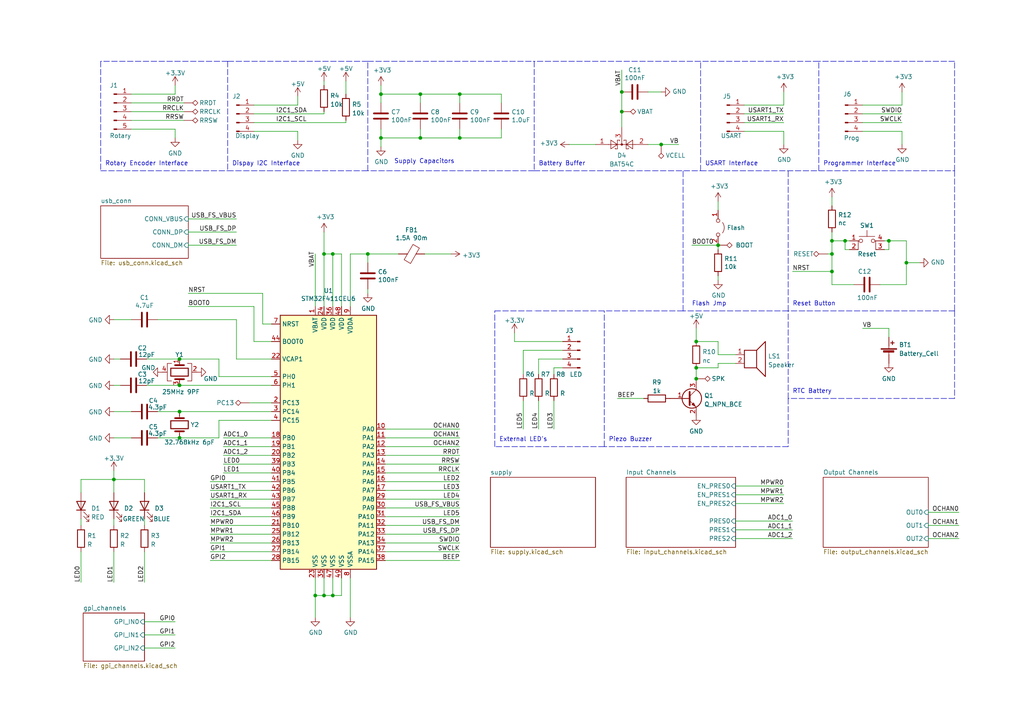
<source format=kicad_sch>
(kicad_sch (version 20211123) (generator eeschema)

  (uuid 949f679f-c6a9-4c5c-99c7-644ace536315)

  (paper "A4")

  (title_block
    (title "FloatPUMP Schematics")
    (date "2022-11-11")
    (rev "1.0")
    (company "robtor.de")
    (comment 1 "Controller board for up to 3 water pumps")
    (comment 2 "measuring capabilities with piezoresistive pressure sensors")
    (comment 3 "sensor input Range 4mA-20mA")
  )

  

  (junction (at 91.44 172.72) (diameter 0) (color 0 0 0 0)
    (uuid 0c1b88cb-a078-4181-b19e-b5625c47d08a)
  )
  (junction (at 96.52 73.66) (diameter 0) (color 0 0 0 0)
    (uuid 1b60fcfc-a270-4122-b967-c7c9c4b63403)
  )
  (junction (at 191.77 41.91) (diameter 0) (color 0 0 0 0)
    (uuid 1c5a68ea-fed7-43b9-a37a-435ca33d5ec4)
  )
  (junction (at 133.35 27.305) (diameter 0) (color 0 0 0 0)
    (uuid 2753d945-ace6-4480-9faf-9137856303ea)
  )
  (junction (at 121.92 40.005) (diameter 0) (color 0 0 0 0)
    (uuid 39d0e9d0-a702-4c04-bc3c-653ef4f0c50e)
  )
  (junction (at 241.3 73.66) (diameter 0) (color 0 0 0 0)
    (uuid 4cd454dd-343a-4999-b869-a7127a4d9978)
  )
  (junction (at 121.92 27.305) (diameter 0) (color 0 0 0 0)
    (uuid 4f94cfba-8412-4c60-a31b-e6d995934dc1)
  )
  (junction (at 96.52 172.72) (diameter 0) (color 0 0 0 0)
    (uuid 5793e5cf-aaeb-41cc-8318-bb2419c1b81f)
  )
  (junction (at 52.07 127) (diameter 0) (color 0 0 0 0)
    (uuid 5a70c532-5383-43bb-b441-21ca36bd2484)
  )
  (junction (at 110.49 40.005) (diameter 0) (color 0 0 0 0)
    (uuid 6f88fca4-4670-437c-9fd1-4ebd76593daa)
  )
  (junction (at 241.3 78.74) (diameter 0) (color 0 0 0 0)
    (uuid 70750f1a-6a6e-4571-87e8-e96d7814c66f)
  )
  (junction (at 201.93 109.855) (diameter 0) (color 0 0 0 0)
    (uuid 9036384e-eee5-4451-b7e7-87842d0d6fca)
  )
  (junction (at 262.89 76.2) (diameter 0) (color 0 0 0 0)
    (uuid 92a2589f-ae05-42af-aab0-9bfaaa2a73f1)
  )
  (junction (at 133.35 40.005) (diameter 0) (color 0 0 0 0)
    (uuid 9569d29f-17d3-40a7-b073-1b7eb9687b43)
  )
  (junction (at 52.07 104.14) (diameter 0) (color 0 0 0 0)
    (uuid 97bd1d07-8f04-442c-80ac-c95cf3f51efe)
  )
  (junction (at 257.81 69.85) (diameter 0) (color 0 0 0 0)
    (uuid 98714d00-b4b5-4379-b4b4-f6e552ad6c97)
  )
  (junction (at 52.07 119.38) (diameter 0) (color 0 0 0 0)
    (uuid a0900619-a580-41eb-9fbb-5149e9a28aef)
  )
  (junction (at 33.02 139.065) (diameter 0) (color 0 0 0 0)
    (uuid a4b63938-0a30-421e-a83e-07ee3a44f405)
  )
  (junction (at 52.07 111.76) (diameter 0) (color 0 0 0 0)
    (uuid a70dc485-cc49-4e1f-b1ec-eb9c56462344)
  )
  (junction (at 245.11 69.85) (diameter 0) (color 0 0 0 0)
    (uuid a783c51a-082f-4856-8a52-660298184bf2)
  )
  (junction (at 180.34 26.67) (diameter 0) (color 0 0 0 0)
    (uuid bf64b8d9-04f8-4bac-906b-3f89e12e5d32)
  )
  (junction (at 201.93 106.68) (diameter 0) (color 0 0 0 0)
    (uuid d85d001d-db06-423e-99e2-d2c9676bf6eb)
  )
  (junction (at 106.68 73.66) (diameter 0) (color 0 0 0 0)
    (uuid dbb72415-af02-4b41-adad-978e86e84f5e)
  )
  (junction (at 208.28 71.12) (diameter 0) (color 0 0 0 0)
    (uuid dc71b394-38ca-4c3c-a2a5-7ef7a670c49b)
  )
  (junction (at 110.49 27.305) (diameter 0) (color 0 0 0 0)
    (uuid dee204e1-3149-4bb4-b821-dbc11df06a18)
  )
  (junction (at 93.98 73.66) (diameter 0) (color 0 0 0 0)
    (uuid ebee7b2d-9f75-4529-9377-97f671d1e3dc)
  )
  (junction (at 201.93 99.06) (diameter 0) (color 0 0 0 0)
    (uuid ec8c2ca1-97d3-4d7c-af64-6cbbbe597d8b)
  )
  (junction (at 93.98 172.72) (diameter 0) (color 0 0 0 0)
    (uuid ed19ccea-cfd8-433f-8938-ca1dd302430c)
  )
  (junction (at 180.34 32.385) (diameter 0) (color 0 0 0 0)
    (uuid f486435c-c972-42e4-8219-35ab13b3a285)
  )
  (junction (at 241.3 69.85) (diameter 0) (color 0 0 0 0)
    (uuid f93f0caf-de38-451e-8ca0-f8175bc6663c)
  )

  (wire (pts (xy 64.77 129.54) (xy 78.74 129.54))
    (stroke (width 0) (type default) (color 0 0 0 0))
    (uuid 011b2a2a-a574-42b5-999f-7ed9d9776a43)
  )
  (polyline (pts (xy 175.26 129.54) (xy 175.26 90.17))
    (stroke (width 0) (type default) (color 0 0 0 0))
    (uuid 01d42531-06ff-458e-91d1-5b96d3f8b385)
  )

  (wire (pts (xy 38.1 119.38) (xy 33.02 119.38))
    (stroke (width 0) (type default) (color 0 0 0 0))
    (uuid 036a7d28-05ab-4651-ba1c-47fa1d863421)
  )
  (wire (pts (xy 73.66 99.06) (xy 73.66 88.9))
    (stroke (width 0) (type default) (color 0 0 0 0))
    (uuid 03a5e9df-cec7-4991-b6d5-c82d388e8d2e)
  )
  (wire (pts (xy 255.27 82.55) (xy 262.89 82.55))
    (stroke (width 0) (type default) (color 0 0 0 0))
    (uuid 062011a8-2b6e-42bc-aa5b-790abf63d348)
  )
  (wire (pts (xy 99.06 73.66) (xy 96.52 73.66))
    (stroke (width 0) (type default) (color 0 0 0 0))
    (uuid 06a42763-2f97-4419-84a6-ef6ea2a60fb4)
  )
  (wire (pts (xy 121.92 27.305) (xy 121.92 29.845))
    (stroke (width 0) (type default) (color 0 0 0 0))
    (uuid 08d4cfaf-b332-40f7-973c-66684e7a54a3)
  )
  (wire (pts (xy 110.49 27.305) (xy 110.49 29.845))
    (stroke (width 0) (type default) (color 0 0 0 0))
    (uuid 0a637dc5-5627-4329-935c-c4f041de6385)
  )
  (wire (pts (xy 93.98 33.02) (xy 93.98 32.385))
    (stroke (width 0) (type default) (color 0 0 0 0))
    (uuid 0bd2a9c0-96d6-44df-80fd-f97264a8b783)
  )
  (wire (pts (xy 52.07 104.14) (xy 42.545 104.14))
    (stroke (width 0) (type default) (color 0 0 0 0))
    (uuid 0c6fff14-bb97-4dc3-9f20-62bec77994c6)
  )
  (wire (pts (xy 78.74 119.38) (xy 52.07 119.38))
    (stroke (width 0) (type default) (color 0 0 0 0))
    (uuid 0e162795-22a7-4501-b03f-b283bb5650d9)
  )
  (wire (pts (xy 201.93 109.855) (xy 201.93 110.49))
    (stroke (width 0) (type default) (color 0 0 0 0))
    (uuid 0f47fb04-026a-4afa-9bfe-15f03def5d6b)
  )
  (wire (pts (xy 149.225 99.06) (xy 163.195 99.06))
    (stroke (width 0) (type default) (color 0 0 0 0))
    (uuid 126099d8-8b2d-4e87-990f-1fb99894d4b1)
  )
  (polyline (pts (xy 106.68 49.53) (xy 106.68 17.78))
    (stroke (width 0) (type default) (color 0 0 0 0))
    (uuid 14d3863a-1c03-4d48-a032-61ae3a0ad5c1)
  )

  (wire (pts (xy 78.74 132.08) (xy 64.77 132.08))
    (stroke (width 0) (type default) (color 0 0 0 0))
    (uuid 152be6bd-f8d6-47e9-9b6b-09485d01579b)
  )
  (wire (pts (xy 93.98 172.72) (xy 91.44 172.72))
    (stroke (width 0) (type default) (color 0 0 0 0))
    (uuid 16e9575c-a847-468f-810e-95497dadeb97)
  )
  (polyline (pts (xy 228.6 115.57) (xy 228.6 129.54))
    (stroke (width 0) (type default) (color 0 0 0 0))
    (uuid 17487b2e-2390-4106-a427-c6c54336dd3f)
  )
  (polyline (pts (xy 228.6 90.17) (xy 198.12 90.17))
    (stroke (width 0) (type default) (color 0 0 0 0))
    (uuid 191311d6-5bf7-47a9-ae1e-6b521cf3ea32)
  )

  (wire (pts (xy 60.96 149.86) (xy 78.74 149.86))
    (stroke (width 0) (type default) (color 0 0 0 0))
    (uuid 196b514b-b3f6-4344-904e-bca015040e93)
  )
  (wire (pts (xy 106.68 83.82) (xy 106.68 85.09))
    (stroke (width 0) (type default) (color 0 0 0 0))
    (uuid 1a8290e9-c445-4b51-b8b0-45fcbf671219)
  )
  (wire (pts (xy 41.91 142.875) (xy 41.91 139.065))
    (stroke (width 0) (type default) (color 0 0 0 0))
    (uuid 1ad7936f-a45d-43a3-8729-3f6ad34b3bbe)
  )
  (wire (pts (xy 208.28 80.01) (xy 208.28 81.28))
    (stroke (width 0) (type default) (color 0 0 0 0))
    (uuid 1b373a0f-a405-4f7c-be0d-0a515d48b205)
  )
  (wire (pts (xy 111.76 127) (xy 133.35 127))
    (stroke (width 0) (type default) (color 0 0 0 0))
    (uuid 1dc46e87-a953-4f20-a4d4-4ecede78d2eb)
  )
  (wire (pts (xy 111.76 157.48) (xy 133.35 157.48))
    (stroke (width 0) (type default) (color 0 0 0 0))
    (uuid 1dd42d41-b809-42ae-b6a5-91ce0f5409f7)
  )
  (wire (pts (xy 100.33 23.495) (xy 100.33 27.305))
    (stroke (width 0) (type default) (color 0 0 0 0))
    (uuid 1e65348d-0394-491b-9696-4c8b7499f309)
  )
  (wire (pts (xy 215.9 35.56) (xy 227.33 35.56))
    (stroke (width 0) (type default) (color 0 0 0 0))
    (uuid 1f4d482a-d80d-48b4-a443-e0ca391c4f86)
  )
  (wire (pts (xy 241.3 69.85) (xy 241.3 73.66))
    (stroke (width 0) (type default) (color 0 0 0 0))
    (uuid 22a0b2d5-d975-4c12-bf03-7470074fed54)
  )
  (wire (pts (xy 96.52 167.64) (xy 96.52 172.72))
    (stroke (width 0) (type default) (color 0 0 0 0))
    (uuid 22f22dbe-16ed-4088-a875-5700f66d16da)
  )
  (wire (pts (xy 241.3 78.74) (xy 229.87 78.74))
    (stroke (width 0) (type default) (color 0 0 0 0))
    (uuid 2400f930-cf6d-41a8-baef-3048725f3a5b)
  )
  (wire (pts (xy 208.28 99.06) (xy 208.28 102.87))
    (stroke (width 0) (type default) (color 0 0 0 0))
    (uuid 268b38a4-5791-4865-b036-a0203f8e626d)
  )
  (wire (pts (xy 163.195 101.6) (xy 151.765 101.6))
    (stroke (width 0) (type default) (color 0 0 0 0))
    (uuid 27394eba-9cc1-4464-8a20-cc6a5fec851e)
  )
  (wire (pts (xy 133.35 40.005) (xy 145.415 40.005))
    (stroke (width 0) (type default) (color 0 0 0 0))
    (uuid 29120252-d73c-4a5c-b87f-011abc045fcf)
  )
  (wire (pts (xy 38.1 27.305) (xy 50.8 27.305))
    (stroke (width 0) (type default) (color 0 0 0 0))
    (uuid 2a745fcb-09cd-409b-a911-81fd22f368af)
  )
  (wire (pts (xy 41.91 187.96) (xy 50.8 187.96))
    (stroke (width 0) (type default) (color 0 0 0 0))
    (uuid 2abcf069-19de-44b8-a6b8-4d5ee2f7d656)
  )
  (wire (pts (xy 256.54 72.39) (xy 257.81 72.39))
    (stroke (width 0) (type default) (color 0 0 0 0))
    (uuid 2d1e4280-a040-4477-a027-a20dfcfdced1)
  )
  (wire (pts (xy 111.76 160.02) (xy 133.35 160.02))
    (stroke (width 0) (type default) (color 0 0 0 0))
    (uuid 2e15e8aa-7905-4170-bb81-958c9c2c74db)
  )
  (wire (pts (xy 52.07 111.76) (xy 42.545 111.76))
    (stroke (width 0) (type default) (color 0 0 0 0))
    (uuid 2e2ea9dc-2e78-48b2-a918-779655a2f4bb)
  )
  (wire (pts (xy 111.76 147.32) (xy 133.35 147.32))
    (stroke (width 0) (type default) (color 0 0 0 0))
    (uuid 2e4f3627-f43e-4331-8ab0-f5d657fd4ada)
  )
  (polyline (pts (xy 66.04 17.78) (xy 29.21 17.78))
    (stroke (width 0) (type default) (color 0 0 0 0))
    (uuid 2e6a35eb-6636-4c39-9b2b-0859e1c94ec8)
  )
  (polyline (pts (xy 66.04 49.53) (xy 106.68 49.53))
    (stroke (width 0) (type default) (color 0 0 0 0))
    (uuid 3010d011-eabc-4cec-b667-b7b1111e3ea0)
  )

  (wire (pts (xy 250.19 33.02) (xy 261.62 33.02))
    (stroke (width 0) (type default) (color 0 0 0 0))
    (uuid 30260a6a-a0b0-4b42-95c3-26be610ecc3e)
  )
  (wire (pts (xy 156.21 116.205) (xy 156.21 124.46))
    (stroke (width 0) (type default) (color 0 0 0 0))
    (uuid 303ae7a7-4a06-4b35-a5ee-99b6d0ccce36)
  )
  (wire (pts (xy 33.02 111.76) (xy 34.925 111.76))
    (stroke (width 0) (type default) (color 0 0 0 0))
    (uuid 30c2d75b-0aa4-4c8b-abd3-15a8940150c1)
  )
  (wire (pts (xy 23.495 142.875) (xy 23.495 139.065))
    (stroke (width 0) (type default) (color 0 0 0 0))
    (uuid 30c6d872-e47d-4ced-8e4c-2dd7b663d734)
  )
  (wire (pts (xy 133.35 27.305) (xy 121.92 27.305))
    (stroke (width 0) (type default) (color 0 0 0 0))
    (uuid 31ddafb9-61de-4674-b559-9e8bd04c8807)
  )
  (wire (pts (xy 201.93 99.06) (xy 208.28 99.06))
    (stroke (width 0) (type default) (color 0 0 0 0))
    (uuid 32a972fc-0c88-44e2-804d-656cd9a1d817)
  )
  (polyline (pts (xy 154.94 49.53) (xy 106.68 49.53))
    (stroke (width 0) (type default) (color 0 0 0 0))
    (uuid 32b4cc52-0f7d-4657-a812-f0ec32bb962f)
  )

  (wire (pts (xy 133.35 37.465) (xy 133.35 40.005))
    (stroke (width 0) (type default) (color 0 0 0 0))
    (uuid 339df927-10f1-44cb-aa5f-82bfd46240c7)
  )
  (wire (pts (xy 78.74 144.78) (xy 60.96 144.78))
    (stroke (width 0) (type default) (color 0 0 0 0))
    (uuid 35e191e7-0681-4caa-ab56-bca67244817b)
  )
  (polyline (pts (xy 143.51 90.17) (xy 154.94 90.17))
    (stroke (width 0) (type default) (color 0 0 0 0))
    (uuid 361b2945-3ddb-479e-87ba-da3a8981f58f)
  )

  (wire (pts (xy 78.74 139.7) (xy 60.96 139.7))
    (stroke (width 0) (type default) (color 0 0 0 0))
    (uuid 375fb2af-999a-47fb-b314-c5ed0dda8fca)
  )
  (wire (pts (xy 123.19 73.66) (xy 130.81 73.66))
    (stroke (width 0) (type default) (color 0 0 0 0))
    (uuid 398e575e-ffcc-47d3-99bb-d2398359704a)
  )
  (wire (pts (xy 160.655 106.68) (xy 160.655 108.585))
    (stroke (width 0) (type default) (color 0 0 0 0))
    (uuid 3a1fc013-e799-4688-ae20-2bbf502da68b)
  )
  (wire (pts (xy 246.38 72.39) (xy 245.11 72.39))
    (stroke (width 0) (type default) (color 0 0 0 0))
    (uuid 3a2c26a3-70bf-4ff7-a25f-6ff112d26092)
  )
  (wire (pts (xy 250.19 30.48) (xy 261.62 30.48))
    (stroke (width 0) (type default) (color 0 0 0 0))
    (uuid 3a77ad2c-5616-4b44-93df-e454912b8b77)
  )
  (wire (pts (xy 111.76 124.46) (xy 133.35 124.46))
    (stroke (width 0) (type default) (color 0 0 0 0))
    (uuid 3bb1b200-9bd3-4ca2-a3fe-ceac65ba2f22)
  )
  (wire (pts (xy 151.765 116.205) (xy 151.765 124.46))
    (stroke (width 0) (type default) (color 0 0 0 0))
    (uuid 3c68ad2c-9010-4ef7-bedd-f009382cb08f)
  )
  (wire (pts (xy 257.81 69.85) (xy 262.89 69.85))
    (stroke (width 0) (type default) (color 0 0 0 0))
    (uuid 3e13f1dc-d2b3-4f0a-8b6b-f58d1a30c831)
  )
  (wire (pts (xy 250.19 95.25) (xy 257.81 95.25))
    (stroke (width 0) (type default) (color 0 0 0 0))
    (uuid 3eff4e29-2225-4c7e-8279-6d6efa2d67e4)
  )
  (wire (pts (xy 247.65 82.55) (xy 241.3 82.55))
    (stroke (width 0) (type default) (color 0 0 0 0))
    (uuid 3f407738-52f9-487e-96ff-574567b43890)
  )
  (wire (pts (xy 45.72 92.71) (xy 68.58 92.71))
    (stroke (width 0) (type default) (color 0 0 0 0))
    (uuid 400b7b23-e399-48ba-af02-3f8bdfca3c55)
  )
  (wire (pts (xy 111.76 129.54) (xy 133.35 129.54))
    (stroke (width 0) (type default) (color 0 0 0 0))
    (uuid 4015be1a-c6e1-42db-af6f-c161f489ea1f)
  )
  (wire (pts (xy 33.02 160.02) (xy 33.02 168.91))
    (stroke (width 0) (type default) (color 0 0 0 0))
    (uuid 4118162d-0e05-4908-9a1f-c7016575bccb)
  )
  (polyline (pts (xy 29.21 17.78) (xy 29.21 49.53))
    (stroke (width 0) (type default) (color 0 0 0 0))
    (uuid 41b6e1ba-5c99-4fd7-9c65-c4fb07c70188)
  )

  (wire (pts (xy 191.77 41.91) (xy 196.85 41.91))
    (stroke (width 0) (type default) (color 0 0 0 0))
    (uuid 424267dd-6303-4018-aae0-34d62814fcba)
  )
  (wire (pts (xy 99.06 167.64) (xy 99.06 172.72))
    (stroke (width 0) (type default) (color 0 0 0 0))
    (uuid 424d7750-ddcd-4f41-93ea-a6761834f91c)
  )
  (wire (pts (xy 213.36 140.97) (xy 227.33 140.97))
    (stroke (width 0) (type default) (color 0 0 0 0))
    (uuid 438c390e-2817-4262-9bb8-264a62f66854)
  )
  (wire (pts (xy 111.76 137.16) (xy 133.35 137.16))
    (stroke (width 0) (type default) (color 0 0 0 0))
    (uuid 4390a55c-a8f9-4caf-a838-233bb3ce27aa)
  )
  (wire (pts (xy 241.3 73.66) (xy 241.3 78.74))
    (stroke (width 0) (type default) (color 0 0 0 0))
    (uuid 43951137-b2ae-4c0a-b786-c0130baa43cf)
  )
  (wire (pts (xy 68.58 104.14) (xy 78.74 104.14))
    (stroke (width 0) (type default) (color 0 0 0 0))
    (uuid 43c49596-4b82-4ee2-b1be-2aafb6486920)
  )
  (wire (pts (xy 96.52 88.9) (xy 96.52 73.66))
    (stroke (width 0) (type default) (color 0 0 0 0))
    (uuid 4444fd17-a409-4254-92e6-9a69f5880d89)
  )
  (wire (pts (xy 180.34 26.67) (xy 180.34 20.32))
    (stroke (width 0) (type default) (color 0 0 0 0))
    (uuid 44ca684d-985e-45fb-a22b-01e29383cba4)
  )
  (wire (pts (xy 269.24 152.4) (xy 278.13 152.4))
    (stroke (width 0) (type default) (color 0 0 0 0))
    (uuid 44f02c76-ffc0-47e0-9779-2d79a58ff9cf)
  )
  (wire (pts (xy 208.28 58.42) (xy 208.28 60.96))
    (stroke (width 0) (type default) (color 0 0 0 0))
    (uuid 45f77cbe-76c9-4770-945d-6ce9f436791e)
  )
  (polyline (pts (xy 276.86 49.53) (xy 276.86 17.78))
    (stroke (width 0) (type default) (color 0 0 0 0))
    (uuid 4738ad5c-de7a-450c-a864-83a693566efb)
  )
  (polyline (pts (xy 154.94 49.53) (xy 203.2 49.53))
    (stroke (width 0) (type default) (color 0 0 0 0))
    (uuid 4cf2a8ea-f147-45e1-b905-8e01e3488a54)
  )

  (wire (pts (xy 52.07 119.38) (xy 45.72 119.38))
    (stroke (width 0) (type default) (color 0 0 0 0))
    (uuid 4d42688d-59c9-41ed-af68-2d906566e68c)
  )
  (wire (pts (xy 23.495 160.02) (xy 23.495 168.91))
    (stroke (width 0) (type default) (color 0 0 0 0))
    (uuid 4d4de7d2-6a8b-425f-a4ad-2111507b5618)
  )
  (wire (pts (xy 208.28 71.12) (xy 200.66 71.12))
    (stroke (width 0) (type default) (color 0 0 0 0))
    (uuid 4d79ec2b-2fc9-4ba1-b93a-d630912470a0)
  )
  (wire (pts (xy 34.925 104.14) (xy 33.02 104.14))
    (stroke (width 0) (type default) (color 0 0 0 0))
    (uuid 4e0ac502-331a-4340-82b9-dd8d8cee49d0)
  )
  (wire (pts (xy 227.33 38.1) (xy 227.33 41.91))
    (stroke (width 0) (type default) (color 0 0 0 0))
    (uuid 4fddd78f-1b0d-4365-b740-2df7595c3522)
  )
  (wire (pts (xy 156.21 104.14) (xy 156.21 108.585))
    (stroke (width 0) (type default) (color 0 0 0 0))
    (uuid 505d5465-5d3c-4c20-a903-bb9f0614c27d)
  )
  (wire (pts (xy 111.76 142.24) (xy 133.35 142.24))
    (stroke (width 0) (type default) (color 0 0 0 0))
    (uuid 507dbcec-13ef-491c-9e13-750ae5d08786)
  )
  (polyline (pts (xy 175.26 129.54) (xy 143.51 129.54))
    (stroke (width 0) (type default) (color 0 0 0 0))
    (uuid 51bbc616-36a1-464c-9200-0d0c8edfe960)
  )

  (wire (pts (xy 64.77 137.16) (xy 78.74 137.16))
    (stroke (width 0) (type default) (color 0 0 0 0))
    (uuid 51d162f7-2e8a-4bc7-88c1-e6c065d4b161)
  )
  (polyline (pts (xy 106.68 17.78) (xy 154.94 17.78))
    (stroke (width 0) (type default) (color 0 0 0 0))
    (uuid 55438888-edf4-4cf0-83da-f060d3938df2)
  )

  (wire (pts (xy 262.89 69.85) (xy 262.89 76.2))
    (stroke (width 0) (type default) (color 0 0 0 0))
    (uuid 55587dc1-052d-440c-a761-29091bbb6f2b)
  )
  (wire (pts (xy 163.195 106.68) (xy 160.655 106.68))
    (stroke (width 0) (type default) (color 0 0 0 0))
    (uuid 56073852-e094-44c0-abb8-63498ed962c1)
  )
  (wire (pts (xy 213.36 151.13) (xy 229.87 151.13))
    (stroke (width 0) (type default) (color 0 0 0 0))
    (uuid 5651f317-a2b7-4f02-bafd-3ed49b106af9)
  )
  (wire (pts (xy 111.76 134.62) (xy 133.35 134.62))
    (stroke (width 0) (type default) (color 0 0 0 0))
    (uuid 5675cbe2-6193-4193-a086-51fe846aeda2)
  )
  (wire (pts (xy 145.415 37.465) (xy 145.415 40.005))
    (stroke (width 0) (type default) (color 0 0 0 0))
    (uuid 57dab67d-73b5-4fcb-901b-a69051e35364)
  )
  (wire (pts (xy 76.2 93.98) (xy 76.2 85.09))
    (stroke (width 0) (type default) (color 0 0 0 0))
    (uuid 57fd891c-135f-4c54-af0d-9ea73edf736e)
  )
  (wire (pts (xy 227.33 30.48) (xy 227.33 26.67))
    (stroke (width 0) (type default) (color 0 0 0 0))
    (uuid 58170f19-2867-4e92-aef8-b013ab60ff8b)
  )
  (wire (pts (xy 241.3 57.15) (xy 241.3 59.69))
    (stroke (width 0) (type default) (color 0 0 0 0))
    (uuid 58a18d69-fc34-46c3-b57c-2e4d5b6313a2)
  )
  (wire (pts (xy 151.765 101.6) (xy 151.765 108.585))
    (stroke (width 0) (type default) (color 0 0 0 0))
    (uuid 5ab5fc39-d119-4939-b187-6241bdd9350c)
  )
  (polyline (pts (xy 106.68 17.78) (xy 66.04 17.78))
    (stroke (width 0) (type default) (color 0 0 0 0))
    (uuid 5be033f5-9678-4b75-be3b-55853d81c4f8)
  )

  (wire (pts (xy 121.92 27.305) (xy 110.49 27.305))
    (stroke (width 0) (type default) (color 0 0 0 0))
    (uuid 5c2af2de-18cd-439f-b9b8-856093f4e3ac)
  )
  (wire (pts (xy 241.3 78.74) (xy 241.3 82.55))
    (stroke (width 0) (type default) (color 0 0 0 0))
    (uuid 5d9a5990-dcf8-486e-bfb6-30d6c0b34192)
  )
  (wire (pts (xy 63.5 104.14) (xy 52.07 104.14))
    (stroke (width 0) (type default) (color 0 0 0 0))
    (uuid 5e1d9c1f-58d3-41cd-9eb4-fb2ae3a4b10c)
  )
  (wire (pts (xy 215.9 30.48) (xy 227.33 30.48))
    (stroke (width 0) (type default) (color 0 0 0 0))
    (uuid 5e2838cc-acd7-4c51-bc18-f5f97bf524d9)
  )
  (polyline (pts (xy 29.21 49.53) (xy 66.04 49.53))
    (stroke (width 0) (type default) (color 0 0 0 0))
    (uuid 5fe5e54d-1eb6-4f0a-a978-61e0039cfbf1)
  )

  (wire (pts (xy 63.5 109.22) (xy 63.5 104.14))
    (stroke (width 0) (type default) (color 0 0 0 0))
    (uuid 613967c9-6a2a-45ae-bf78-98e4612f5d55)
  )
  (wire (pts (xy 240.03 73.66) (xy 241.3 73.66))
    (stroke (width 0) (type default) (color 0 0 0 0))
    (uuid 6142ef34-97be-4c90-9ca7-e387753b518a)
  )
  (wire (pts (xy 101.6 88.9) (xy 101.6 73.66))
    (stroke (width 0) (type default) (color 0 0 0 0))
    (uuid 618c3501-0e3a-49e5-8b16-1ffee4adee40)
  )
  (wire (pts (xy 213.36 156.21) (xy 229.87 156.21))
    (stroke (width 0) (type default) (color 0 0 0 0))
    (uuid 62b8cb17-877a-45b0-821a-c147661d06ec)
  )
  (wire (pts (xy 241.3 69.85) (xy 245.11 69.85))
    (stroke (width 0) (type default) (color 0 0 0 0))
    (uuid 62d616c4-a645-4785-83f4-e7b9176541bd)
  )
  (wire (pts (xy 262.89 76.2) (xy 266.7 76.2))
    (stroke (width 0) (type default) (color 0 0 0 0))
    (uuid 63c78302-c24d-424c-9283-52ae93200987)
  )
  (wire (pts (xy 63.5 121.92) (xy 63.5 127))
    (stroke (width 0) (type default) (color 0 0 0 0))
    (uuid 65a211f6-d005-41c5-aeb4-31d7e06acfc2)
  )
  (wire (pts (xy 64.77 134.62) (xy 78.74 134.62))
    (stroke (width 0) (type default) (color 0 0 0 0))
    (uuid 68877676-f185-4ce5-994a-3e7cd8c4b619)
  )
  (wire (pts (xy 111.76 152.4) (xy 133.35 152.4))
    (stroke (width 0) (type default) (color 0 0 0 0))
    (uuid 69502565-c8b7-43eb-99e0-3580594b1098)
  )
  (wire (pts (xy 201.93 106.68) (xy 201.93 109.855))
    (stroke (width 0) (type default) (color 0 0 0 0))
    (uuid 69ab2ff6-8d0a-4e41-8e1a-1caf0870f3b7)
  )
  (wire (pts (xy 201.93 95.25) (xy 201.93 99.06))
    (stroke (width 0) (type default) (color 0 0 0 0))
    (uuid 6c7d8008-17da-4be5-b57e-dfb877a7ef32)
  )
  (wire (pts (xy 121.92 37.465) (xy 121.92 40.005))
    (stroke (width 0) (type default) (color 0 0 0 0))
    (uuid 6ce9cb44-7b50-4bf3-98c7-6ca59e7305b2)
  )
  (wire (pts (xy 145.415 29.845) (xy 145.415 27.305))
    (stroke (width 0) (type default) (color 0 0 0 0))
    (uuid 6dd36aa5-6a60-4752-8a21-1772effb9f07)
  )
  (polyline (pts (xy 276.86 17.78) (xy 237.49 17.78))
    (stroke (width 0) (type default) (color 0 0 0 0))
    (uuid 6fd2b7a8-9e41-4aa1-88b4-f9ee307d1b4b)
  )

  (wire (pts (xy 78.74 111.76) (xy 52.07 111.76))
    (stroke (width 0) (type default) (color 0 0 0 0))
    (uuid 715db6a8-aaa0-46b4-addd-972ee71b75dc)
  )
  (wire (pts (xy 110.49 37.465) (xy 110.49 40.005))
    (stroke (width 0) (type default) (color 0 0 0 0))
    (uuid 71b00c47-caef-48f6-91be-7f1855a1e2c0)
  )
  (wire (pts (xy 111.76 132.08) (xy 133.35 132.08))
    (stroke (width 0) (type default) (color 0 0 0 0))
    (uuid 72cc00e4-7e53-46d8-858f-e435f5b37f05)
  )
  (wire (pts (xy 201.93 106.68) (xy 208.28 106.68))
    (stroke (width 0) (type default) (color 0 0 0 0))
    (uuid 743fef08-4881-4afb-adde-ee5bd2198117)
  )
  (wire (pts (xy 241.3 67.31) (xy 241.3 69.85))
    (stroke (width 0) (type default) (color 0 0 0 0))
    (uuid 748c549b-7c57-462b-9f39-c28eb0045225)
  )
  (wire (pts (xy 215.9 38.1) (xy 227.33 38.1))
    (stroke (width 0) (type default) (color 0 0 0 0))
    (uuid 74d4a3c7-cc41-4e0e-b616-9fc3c358b2ae)
  )
  (wire (pts (xy 121.92 40.005) (xy 110.49 40.005))
    (stroke (width 0) (type default) (color 0 0 0 0))
    (uuid 752a7bdc-59a7-4a9e-ae9b-a35465dc8e0c)
  )
  (wire (pts (xy 93.98 88.9) (xy 93.98 73.66))
    (stroke (width 0) (type default) (color 0 0 0 0))
    (uuid 75594c3c-e55b-4454-809c-0a72aa43af83)
  )
  (wire (pts (xy 213.36 153.67) (xy 229.87 153.67))
    (stroke (width 0) (type default) (color 0 0 0 0))
    (uuid 769aead0-25d0-4594-84cb-d6b74ceb8cd8)
  )
  (wire (pts (xy 23.495 139.065) (xy 33.02 139.065))
    (stroke (width 0) (type default) (color 0 0 0 0))
    (uuid 78ce4bcf-16dc-4d77-99b5-ce1b3e6d1d63)
  )
  (wire (pts (xy 261.62 30.48) (xy 261.62 26.67))
    (stroke (width 0) (type default) (color 0 0 0 0))
    (uuid 78f1b9a8-ca0e-4e8c-91b8-a46bcfebec64)
  )
  (wire (pts (xy 73.66 88.9) (xy 54.61 88.9))
    (stroke (width 0) (type default) (color 0 0 0 0))
    (uuid 7c20a18a-318c-4e79-afcf-a3e87eb69a53)
  )
  (wire (pts (xy 99.06 172.72) (xy 96.52 172.72))
    (stroke (width 0) (type default) (color 0 0 0 0))
    (uuid 7ee436ac-423d-4d29-90ad-39fdc300fae0)
  )
  (wire (pts (xy 68.58 92.71) (xy 68.58 104.14))
    (stroke (width 0) (type default) (color 0 0 0 0))
    (uuid 837370a5-1290-49d7-96e4-d4c2412ac873)
  )
  (wire (pts (xy 96.52 172.72) (xy 93.98 172.72))
    (stroke (width 0) (type default) (color 0 0 0 0))
    (uuid 84a2320f-8ad9-4501-8628-7ca6e418f956)
  )
  (wire (pts (xy 179.07 115.57) (xy 186.69 115.57))
    (stroke (width 0) (type default) (color 0 0 0 0))
    (uuid 87cf9f49-2322-4621-91eb-11035c4cedf8)
  )
  (wire (pts (xy 72.39 116.84) (xy 78.74 116.84))
    (stroke (width 0) (type default) (color 0 0 0 0))
    (uuid 88123869-4c37-45f5-b8c1-72149ea8f4ba)
  )
  (wire (pts (xy 133.35 40.005) (xy 121.92 40.005))
    (stroke (width 0) (type default) (color 0 0 0 0))
    (uuid 88c7d4ef-4a81-4ff0-8236-354227632382)
  )
  (wire (pts (xy 160.655 116.205) (xy 160.655 124.46))
    (stroke (width 0) (type default) (color 0 0 0 0))
    (uuid 8afd873f-9a06-4b39-ab04-49f0059f061b)
  )
  (wire (pts (xy 41.91 184.15) (xy 50.8 184.15))
    (stroke (width 0) (type default) (color 0 0 0 0))
    (uuid 8b4e071f-9509-4780-a465-03d34bc67608)
  )
  (wire (pts (xy 78.74 109.22) (xy 63.5 109.22))
    (stroke (width 0) (type default) (color 0 0 0 0))
    (uuid 8b558919-c46d-47f8-bf42-0c0ee86f63f0)
  )
  (wire (pts (xy 111.76 139.7) (xy 133.35 139.7))
    (stroke (width 0) (type default) (color 0 0 0 0))
    (uuid 8bf90929-6d2d-4a79-b1a1-138fa542533a)
  )
  (polyline (pts (xy 154.94 17.78) (xy 154.94 49.53))
    (stroke (width 0) (type default) (color 0 0 0 0))
    (uuid 8d77d4ce-5809-4e16-9db8-9d8672ed5276)
  )

  (wire (pts (xy 73.66 38.1) (xy 86.36 38.1))
    (stroke (width 0) (type default) (color 0 0 0 0))
    (uuid 8d858d92-08ba-438f-a480-02393eb30c20)
  )
  (wire (pts (xy 245.11 72.39) (xy 245.11 69.85))
    (stroke (width 0) (type default) (color 0 0 0 0))
    (uuid 8e9c4a43-8462-408b-bdf7-8c2daf48a9a0)
  )
  (polyline (pts (xy 237.49 17.78) (xy 203.2 17.78))
    (stroke (width 0) (type default) (color 0 0 0 0))
    (uuid 8f2ebcdd-5322-432c-8de8-6f6fa3726577)
  )

  (wire (pts (xy 86.36 38.1) (xy 86.36 40.64))
    (stroke (width 0) (type default) (color 0 0 0 0))
    (uuid 8f733a2c-4b86-4934-a2e4-283803e72b72)
  )
  (wire (pts (xy 91.44 172.72) (xy 91.44 167.64))
    (stroke (width 0) (type default) (color 0 0 0 0))
    (uuid 911ef457-a362-4278-aeb0-e20b4bb95f57)
  )
  (wire (pts (xy 76.2 85.09) (xy 54.61 85.09))
    (stroke (width 0) (type default) (color 0 0 0 0))
    (uuid 91e5eec5-ba86-4de8-8306-b82359e84f0b)
  )
  (wire (pts (xy 111.76 149.86) (xy 133.35 149.86))
    (stroke (width 0) (type default) (color 0 0 0 0))
    (uuid 93be490e-4a1a-433c-b296-e5201b30adb1)
  )
  (polyline (pts (xy 237.49 49.53) (xy 237.49 17.78))
    (stroke (width 0) (type default) (color 0 0 0 0))
    (uuid 95462dda-11ce-48d0-b7d6-002ca6ca715a)
  )

  (wire (pts (xy 78.74 154.94) (xy 60.96 154.94))
    (stroke (width 0) (type default) (color 0 0 0 0))
    (uuid 95c0b30a-014d-4809-9e39-76cfd21137e8)
  )
  (wire (pts (xy 38.1 32.385) (xy 53.34 32.385))
    (stroke (width 0) (type default) (color 0 0 0 0))
    (uuid 95d61b58-2fd5-43ab-bfd4-cc233f0800db)
  )
  (wire (pts (xy 269.24 156.21) (xy 278.13 156.21))
    (stroke (width 0) (type default) (color 0 0 0 0))
    (uuid 95fa23fd-11b6-43e1-a7ba-9d9bca32c40b)
  )
  (wire (pts (xy 38.1 92.71) (xy 33.02 92.71))
    (stroke (width 0) (type default) (color 0 0 0 0))
    (uuid 964c3381-2dfe-4f42-9493-7645015217dd)
  )
  (wire (pts (xy 33.02 127) (xy 38.1 127))
    (stroke (width 0) (type default) (color 0 0 0 0))
    (uuid 98d42198-ed3b-4bf0-8e91-cbf5646f19a6)
  )
  (wire (pts (xy 93.98 73.66) (xy 93.98 67.31))
    (stroke (width 0) (type default) (color 0 0 0 0))
    (uuid 990602b7-cde7-45dc-92b8-b9c7bf4dd7ac)
  )
  (wire (pts (xy 93.98 167.64) (xy 93.98 172.72))
    (stroke (width 0) (type default) (color 0 0 0 0))
    (uuid 99979f31-c85d-4c90-81ff-676e69fef161)
  )
  (wire (pts (xy 86.36 27.94) (xy 86.36 30.48))
    (stroke (width 0) (type default) (color 0 0 0 0))
    (uuid 9a8e5ffa-9aed-471c-a8e6-a636cf083f34)
  )
  (wire (pts (xy 106.68 76.2) (xy 106.68 73.66))
    (stroke (width 0) (type default) (color 0 0 0 0))
    (uuid 9b08aa48-fde9-4f0c-abdd-7ab3f00ef3e0)
  )
  (wire (pts (xy 149.225 96.52) (xy 149.225 99.06))
    (stroke (width 0) (type default) (color 0 0 0 0))
    (uuid 9b20bafc-d645-4d67-9a2c-e2d16646bed8)
  )
  (wire (pts (xy 78.74 162.56) (xy 60.96 162.56))
    (stroke (width 0) (type default) (color 0 0 0 0))
    (uuid 9b37b30a-3649-4363-8875-f3fb5ec17e65)
  )
  (wire (pts (xy 215.9 33.02) (xy 227.33 33.02))
    (stroke (width 0) (type default) (color 0 0 0 0))
    (uuid 9c1e6565-7a7a-4067-bbd0-872c0268b742)
  )
  (wire (pts (xy 163.195 104.14) (xy 156.21 104.14))
    (stroke (width 0) (type default) (color 0 0 0 0))
    (uuid 9cc9d3c8-ba88-40da-9425-3b87aa46e513)
  )
  (wire (pts (xy 133.35 29.845) (xy 133.35 27.305))
    (stroke (width 0) (type default) (color 0 0 0 0))
    (uuid 9d5e6a18-8b3a-47d4-b855-1b2ca215c734)
  )
  (polyline (pts (xy 198.12 90.17) (xy 198.12 49.53))
    (stroke (width 0) (type default) (color 0 0 0 0))
    (uuid 9ecc751b-0606-4a8f-9372-63a5cb28ad4e)
  )

  (wire (pts (xy 262.89 76.2) (xy 262.89 82.55))
    (stroke (width 0) (type default) (color 0 0 0 0))
    (uuid a05ced30-092c-475f-857c-28f2ada8a95d)
  )
  (polyline (pts (xy 276.86 49.53) (xy 276.86 90.17))
    (stroke (width 0) (type default) (color 0 0 0 0))
    (uuid a0735468-fe8c-4d1d-8469-a88cd0829ac1)
  )

  (wire (pts (xy 54.61 71.12) (xy 68.58 71.12))
    (stroke (width 0) (type default) (color 0 0 0 0))
    (uuid a2a8943b-bcd6-4326-88ce-86d550232544)
  )
  (wire (pts (xy 257.81 72.39) (xy 257.81 69.85))
    (stroke (width 0) (type default) (color 0 0 0 0))
    (uuid a39ab296-84d3-4532-bfd3-0d85d70b622d)
  )
  (wire (pts (xy 180.34 32.385) (xy 180.34 36.83))
    (stroke (width 0) (type default) (color 0 0 0 0))
    (uuid a6b1970e-7fb2-4104-ae0a-e27cd049864d)
  )
  (wire (pts (xy 78.74 93.98) (xy 76.2 93.98))
    (stroke (width 0) (type default) (color 0 0 0 0))
    (uuid a89c8429-59bb-42fc-bc75-babaaeef03d9)
  )
  (wire (pts (xy 257.81 97.79) (xy 257.81 95.25))
    (stroke (width 0) (type default) (color 0 0 0 0))
    (uuid a9a9a4b6-8a0f-441d-b901-b6be940df615)
  )
  (wire (pts (xy 73.66 30.48) (xy 86.36 30.48))
    (stroke (width 0) (type default) (color 0 0 0 0))
    (uuid aa3fb47d-c127-41e0-acc4-dce6b0c86d5f)
  )
  (wire (pts (xy 63.5 127) (xy 52.07 127))
    (stroke (width 0) (type default) (color 0 0 0 0))
    (uuid ab6d145b-8b2c-4b78-9fa4-d11fb96ed0e4)
  )
  (wire (pts (xy 50.8 37.465) (xy 50.8 40.005))
    (stroke (width 0) (type default) (color 0 0 0 0))
    (uuid adbff9ca-1914-4369-8ccd-4dec08f28a8e)
  )
  (polyline (pts (xy 228.6 90.17) (xy 228.6 49.53))
    (stroke (width 0) (type default) (color 0 0 0 0))
    (uuid add543ca-adad-4f14-9c6f-90093a2e4561)
  )

  (wire (pts (xy 100.33 35.56) (xy 100.33 34.925))
    (stroke (width 0) (type default) (color 0 0 0 0))
    (uuid ae573e88-cf0e-42aa-83ce-8bd94150ded4)
  )
  (wire (pts (xy 256.54 69.85) (xy 257.81 69.85))
    (stroke (width 0) (type default) (color 0 0 0 0))
    (uuid af6725f5-c846-41f8-b609-4d0d39f7a149)
  )
  (polyline (pts (xy 228.6 115.57) (xy 228.6 90.17))
    (stroke (width 0) (type default) (color 0 0 0 0))
    (uuid b0dad422-ee01-40cf-9bf3-b9abe86989a0)
  )

  (wire (pts (xy 250.19 35.56) (xy 261.62 35.56))
    (stroke (width 0) (type default) (color 0 0 0 0))
    (uuid b12b8d6d-075d-4ebe-8821-613f22e76050)
  )
  (wire (pts (xy 60.96 160.02) (xy 78.74 160.02))
    (stroke (width 0) (type default) (color 0 0 0 0))
    (uuid b27f8d6a-5c79-4388-b709-4ee534ab4242)
  )
  (polyline (pts (xy 198.12 90.17) (xy 154.94 90.17))
    (stroke (width 0) (type default) (color 0 0 0 0))
    (uuid b401eecd-f8bd-4e64-8d28-37b75cfe8ca1)
  )
  (polyline (pts (xy 276.86 90.17) (xy 228.6 90.17))
    (stroke (width 0) (type default) (color 0 0 0 0))
    (uuid b6056db1-1452-4b70-b01d-a7ba36c5259e)
  )

  (wire (pts (xy 111.76 154.94) (xy 133.35 154.94))
    (stroke (width 0) (type default) (color 0 0 0 0))
    (uuid b7bf21d8-635b-4ba8-931a-f395d90500b3)
  )
  (polyline (pts (xy 66.04 17.78) (xy 66.04 49.53))
    (stroke (width 0) (type default) (color 0 0 0 0))
    (uuid b8414c94-63de-4156-a96e-3fc44e986736)
  )
  (polyline (pts (xy 228.6 129.54) (xy 175.26 129.54))
    (stroke (width 0) (type default) (color 0 0 0 0))
    (uuid b94aeef8-cd3f-4340-9ae1-82d3bb739012)
  )

  (wire (pts (xy 91.44 88.9) (xy 91.44 73.66))
    (stroke (width 0) (type default) (color 0 0 0 0))
    (uuid bb1bb570-2a1a-4394-a465-3e3f93b04bc3)
  )
  (wire (pts (xy 96.52 73.66) (xy 93.98 73.66))
    (stroke (width 0) (type default) (color 0 0 0 0))
    (uuid bc1861f3-bc7f-47c2-9f68-a672fe4e27e5)
  )
  (wire (pts (xy 41.91 150.495) (xy 41.91 152.4))
    (stroke (width 0) (type default) (color 0 0 0 0))
    (uuid bc1cd474-ad2d-4d09-84b6-2427b03dddd2)
  )
  (wire (pts (xy 250.19 38.1) (xy 261.62 38.1))
    (stroke (width 0) (type default) (color 0 0 0 0))
    (uuid bc47ce52-222c-47cd-ad64-1775f2c90d97)
  )
  (wire (pts (xy 110.49 27.305) (xy 110.49 24.765))
    (stroke (width 0) (type default) (color 0 0 0 0))
    (uuid bc776d57-ec50-4332-bcea-30cfae22cb9c)
  )
  (wire (pts (xy 99.06 88.9) (xy 99.06 73.66))
    (stroke (width 0) (type default) (color 0 0 0 0))
    (uuid bcb24732-4854-4f1c-8c63-7ed38b9499fe)
  )
  (wire (pts (xy 208.28 72.39) (xy 208.28 71.12))
    (stroke (width 0) (type default) (color 0 0 0 0))
    (uuid bf9c2abc-32bf-4026-9f6c-082d75f3024c)
  )
  (wire (pts (xy 110.49 40.005) (xy 110.49 42.545))
    (stroke (width 0) (type default) (color 0 0 0 0))
    (uuid c138df99-414c-43c1-acb2-f07d1bf70c11)
  )
  (polyline (pts (xy 203.2 49.53) (xy 237.49 49.53))
    (stroke (width 0) (type default) (color 0 0 0 0))
    (uuid c6af4135-16c4-4238-ad8c-249231c54888)
  )

  (wire (pts (xy 111.76 162.56) (xy 133.35 162.56))
    (stroke (width 0) (type default) (color 0 0 0 0))
    (uuid c711a49a-c2e7-4fe7-a5e9-375f5e64d2bc)
  )
  (wire (pts (xy 38.1 37.465) (xy 50.8 37.465))
    (stroke (width 0) (type default) (color 0 0 0 0))
    (uuid c80e5648-60ca-4a95-816c-f49b2f0a5777)
  )
  (wire (pts (xy 93.98 23.495) (xy 93.98 24.765))
    (stroke (width 0) (type default) (color 0 0 0 0))
    (uuid c84aefb8-9f08-4261-8cba-cacf291e197d)
  )
  (wire (pts (xy 261.62 38.1) (xy 261.62 41.91))
    (stroke (width 0) (type default) (color 0 0 0 0))
    (uuid cb14be23-ab98-48c6-9abc-b932f63964a4)
  )
  (wire (pts (xy 60.96 142.24) (xy 78.74 142.24))
    (stroke (width 0) (type default) (color 0 0 0 0))
    (uuid cb7bc55a-2323-48ce-92b6-125d73a762b3)
  )
  (wire (pts (xy 245.11 69.85) (xy 246.38 69.85))
    (stroke (width 0) (type default) (color 0 0 0 0))
    (uuid cc93f1d6-860e-443d-aa02-aa2032dcb0dc)
  )
  (wire (pts (xy 91.44 172.72) (xy 91.44 179.07))
    (stroke (width 0) (type default) (color 0 0 0 0))
    (uuid ccc4c377-89ee-44c7-a202-6503eff25fe6)
  )
  (wire (pts (xy 78.74 121.92) (xy 63.5 121.92))
    (stroke (width 0) (type default) (color 0 0 0 0))
    (uuid ce45bb24-479d-4683-aa67-755497195e70)
  )
  (wire (pts (xy 78.74 99.06) (xy 73.66 99.06))
    (stroke (width 0) (type default) (color 0 0 0 0))
    (uuid ce5a1aac-236e-4abf-b1fe-601a38c49f71)
  )
  (wire (pts (xy 213.36 143.51) (xy 227.33 143.51))
    (stroke (width 0) (type default) (color 0 0 0 0))
    (uuid cea0e747-bc0d-4ecc-afdd-051936aac5b3)
  )
  (wire (pts (xy 78.74 127) (xy 64.77 127))
    (stroke (width 0) (type default) (color 0 0 0 0))
    (uuid d0ce3aee-e805-4c59-8762-90f34d751749)
  )
  (wire (pts (xy 33.02 139.065) (xy 33.02 142.875))
    (stroke (width 0) (type default) (color 0 0 0 0))
    (uuid d173243c-9836-4450-b9b9-8164a87447dc)
  )
  (polyline (pts (xy 203.2 17.78) (xy 154.94 17.78))
    (stroke (width 0) (type default) (color 0 0 0 0))
    (uuid d2df2db7-6b1d-41f5-82f6-b44efdb2263a)
  )
  (polyline (pts (xy 276.86 90.17) (xy 276.86 115.57))
    (stroke (width 0) (type default) (color 0 0 0 0))
    (uuid d3ccf262-928e-4d3c-b7fb-10f0fd24e90c)
  )

  (wire (pts (xy 187.96 41.91) (xy 191.77 41.91))
    (stroke (width 0) (type default) (color 0 0 0 0))
    (uuid d59d8e3b-ab91-4e44-a48e-fcab5114ba4b)
  )
  (wire (pts (xy 191.77 26.67) (xy 187.96 26.67))
    (stroke (width 0) (type default) (color 0 0 0 0))
    (uuid d6056601-590e-40a7-8ff6-31fe6146d5f2)
  )
  (wire (pts (xy 106.68 73.66) (xy 115.57 73.66))
    (stroke (width 0) (type default) (color 0 0 0 0))
    (uuid d6810000-b98f-4103-8b13-717f8558ec4e)
  )
  (wire (pts (xy 73.66 33.02) (xy 93.98 33.02))
    (stroke (width 0) (type default) (color 0 0 0 0))
    (uuid d6d2b2a7-d8a5-420f-a284-8759beb962c6)
  )
  (wire (pts (xy 41.91 180.34) (xy 50.8 180.34))
    (stroke (width 0) (type default) (color 0 0 0 0))
    (uuid d7be70c0-432e-4886-8aed-aaaf7b3d6873)
  )
  (wire (pts (xy 50.8 24.765) (xy 50.8 27.305))
    (stroke (width 0) (type default) (color 0 0 0 0))
    (uuid dcff3f94-f6a1-46ab-808f-ff344af909cf)
  )
  (wire (pts (xy 111.76 144.78) (xy 133.35 144.78))
    (stroke (width 0) (type default) (color 0 0 0 0))
    (uuid dfa0739b-211d-4ea0-b2c6-5d073248355d)
  )
  (wire (pts (xy 78.74 157.48) (xy 60.96 157.48))
    (stroke (width 0) (type default) (color 0 0 0 0))
    (uuid dfed6e74-55ff-41a0-a5be-13947b0d0f22)
  )
  (wire (pts (xy 208.28 105.41) (xy 208.28 106.68))
    (stroke (width 0) (type default) (color 0 0 0 0))
    (uuid e285b06c-3055-4c27-9657-454e5eee412a)
  )
  (wire (pts (xy 38.1 29.845) (xy 53.34 29.845))
    (stroke (width 0) (type default) (color 0 0 0 0))
    (uuid e63bea54-8882-4449-827e-26ac8b2b34b1)
  )
  (wire (pts (xy 33.02 139.065) (xy 41.91 139.065))
    (stroke (width 0) (type default) (color 0 0 0 0))
    (uuid e73a6660-d48a-4e68-81c8-476273629ae8)
  )
  (polyline (pts (xy 143.51 129.54) (xy 143.51 90.17))
    (stroke (width 0) (type default) (color 0 0 0 0))
    (uuid e86f5740-aff8-4cde-80e3-0698a60149a9)
  )

  (wire (pts (xy 73.66 35.56) (xy 100.33 35.56))
    (stroke (width 0) (type default) (color 0 0 0 0))
    (uuid e89fb6a3-31fd-4862-ac4f-9b5b7beccc8e)
  )
  (wire (pts (xy 52.07 127) (xy 45.72 127))
    (stroke (width 0) (type default) (color 0 0 0 0))
    (uuid e90c6fab-6929-4bd3-a2c8-c327741c2207)
  )
  (wire (pts (xy 54.61 63.5) (xy 68.58 63.5))
    (stroke (width 0) (type default) (color 0 0 0 0))
    (uuid e95ae691-6553-4ec9-9bfb-ec7e231ba2ff)
  )
  (wire (pts (xy 33.02 136.525) (xy 33.02 139.065))
    (stroke (width 0) (type default) (color 0 0 0 0))
    (uuid ea1bf3bb-617d-4685-ac7d-38426d0a3177)
  )
  (wire (pts (xy 213.36 105.41) (xy 208.28 105.41))
    (stroke (width 0) (type default) (color 0 0 0 0))
    (uuid eb61c2d7-7968-485e-9d23-94f9df4543ec)
  )
  (wire (pts (xy 41.91 160.02) (xy 41.91 168.91))
    (stroke (width 0) (type default) (color 0 0 0 0))
    (uuid ec5aefdf-0a0a-4e5e-a358-8d55d652d7d9)
  )
  (wire (pts (xy 133.35 27.305) (xy 145.415 27.305))
    (stroke (width 0) (type default) (color 0 0 0 0))
    (uuid eda5650f-4123-47f7-a571-b4cf417c532d)
  )
  (polyline (pts (xy 203.2 49.53) (xy 203.2 17.78))
    (stroke (width 0) (type default) (color 0 0 0 0))
    (uuid ee664fba-5e11-49e9-b568-bf569641899a)
  )

  (wire (pts (xy 269.24 148.59) (xy 278.13 148.59))
    (stroke (width 0) (type default) (color 0 0 0 0))
    (uuid eed5dbbe-9362-46fd-9ec9-8df3ea84b9d9)
  )
  (wire (pts (xy 54.61 67.31) (xy 68.58 67.31))
    (stroke (width 0) (type default) (color 0 0 0 0))
    (uuid efff8124-bdab-4cd3-8181-faad1eb27e4f)
  )
  (wire (pts (xy 101.6 167.64) (xy 101.6 179.07))
    (stroke (width 0) (type default) (color 0 0 0 0))
    (uuid f0332d1f-1208-4b12-a62f-9d973be4942a)
  )
  (wire (pts (xy 208.28 102.87) (xy 213.36 102.87))
    (stroke (width 0) (type default) (color 0 0 0 0))
    (uuid f1c037e2-4968-4b91-93d7-5af5fa892692)
  )
  (wire (pts (xy 165.1 41.91) (xy 172.72 41.91))
    (stroke (width 0) (type default) (color 0 0 0 0))
    (uuid f51f9441-4a22-42ba-84ab-b9f70e0bb738)
  )
  (wire (pts (xy 38.1 34.925) (xy 53.34 34.925))
    (stroke (width 0) (type default) (color 0 0 0 0))
    (uuid f6d7768b-349b-4d15-860f-03353a92b09a)
  )
  (wire (pts (xy 23.495 150.495) (xy 23.495 152.4))
    (stroke (width 0) (type default) (color 0 0 0 0))
    (uuid fc22b293-6cee-449d-b5a4-753d9e7bd70e)
  )
  (wire (pts (xy 60.96 147.32) (xy 78.74 147.32))
    (stroke (width 0) (type default) (color 0 0 0 0))
    (uuid fd279f4a-6103-49ab-9aca-9c752647cb31)
  )
  (polyline (pts (xy 276.86 115.57) (xy 228.6 115.57))
    (stroke (width 0) (type default) (color 0 0 0 0))
    (uuid fd2c4dfc-6ee1-4379-9c1d-4105297e3b22)
  )

  (wire (pts (xy 101.6 73.66) (xy 106.68 73.66))
    (stroke (width 0) (type default) (color 0 0 0 0))
    (uuid fd5f488f-02dc-45e3-81dd-6ecd42735c1e)
  )
  (wire (pts (xy 180.34 26.67) (xy 180.34 32.385))
    (stroke (width 0) (type default) (color 0 0 0 0))
    (uuid fdadcd65-f9cd-4782-864d-73f050b8fdc6)
  )
  (wire (pts (xy 78.74 152.4) (xy 60.96 152.4))
    (stroke (width 0) (type default) (color 0 0 0 0))
    (uuid fe800396-56f0-4157-b178-12820e8e71f6)
  )
  (polyline (pts (xy 237.49 49.53) (xy 276.86 49.53))
    (stroke (width 0) (type default) (color 0 0 0 0))
    (uuid ff13df63-79e7-456b-ba33-c7b42181baf1)
  )

  (wire (pts (xy 33.02 150.495) (xy 33.02 152.4))
    (stroke (width 0) (type default) (color 0 0 0 0))
    (uuid ff5f55d8-385c-483e-824c-68c831f6b346)
  )
  (wire (pts (xy 213.36 146.05) (xy 227.33 146.05))
    (stroke (width 0) (type default) (color 0 0 0 0))
    (uuid ffdd8df0-24b8-4804-8c68-0e63bb417a68)
  )

  (text "External LED's" (at 144.78 128.27 0)
    (effects (font (size 1.27 1.27)) (justify left bottom))
    (uuid 017a1a46-f72b-4996-b512-4b634480c4a5)
  )
  (text "RTC Battery" (at 229.87 114.3 0)
    (effects (font (size 1.27 1.27)) (justify left bottom))
    (uuid 0b5885e5-3847-4f5e-80a6-a1d39a0aefd0)
  )
  (text "Dispay I2C Interface" (at 67.31 48.26 0)
    (effects (font (size 1.27 1.27)) (justify left bottom))
    (uuid 0defbe19-7b19-4a49-8972-10bbc764b5a7)
  )
  (text "Supply Capacitors" (at 114.3 47.625 0)
    (effects (font (size 1.27 1.27)) (justify left bottom))
    (uuid 3e1ba6f1-d940-410a-bd1f-10d2af9a24ae)
  )
  (text "Programmer Interface" (at 238.76 48.26 0)
    (effects (font (size 1.27 1.27)) (justify left bottom))
    (uuid 587138c9-702c-4a25-839b-028ab8a02ae7)
  )
  (text "USART Interface" (at 204.47 48.26 0)
    (effects (font (size 1.27 1.27)) (justify left bottom))
    (uuid 809952c8-24e7-4ea8-bfc0-946fbf63093b)
  )
  (text "Flash Jmp" (at 200.66 88.9 0)
    (effects (font (size 1.27 1.27)) (justify left bottom))
    (uuid a8f2ac5c-add0-4922-966b-0f44cf18ed75)
  )
  (text "Piezo Buzzer" (at 176.53 128.27 0)
    (effects (font (size 1.27 1.27)) (justify left bottom))
    (uuid b94cb03a-bc8a-45e6-aadf-06e0fbd0235f)
  )
  (text "Reset Button" (at 229.87 88.9 0)
    (effects (font (size 1.27 1.27)) (justify left bottom))
    (uuid ce6d8115-7823-4fa9-9e76-4a170d34e0ba)
  )
  (text "Rotary Encoder Interface" (at 30.48 48.26 0)
    (effects (font (size 1.27 1.27)) (justify left bottom))
    (uuid ea567204-ac80-4545-984d-6fca6cd2b7ef)
  )
  (text "Battery Buffer" (at 156.21 48.26 0)
    (effects (font (size 1.27 1.27)) (justify left bottom))
    (uuid eb47dc04-05eb-48cf-ad53-7f358086fc3c)
  )

  (label "ADC1_2" (at 64.77 132.08 0)
    (effects (font (size 1.27 1.27)) (justify left bottom))
    (uuid 01f26101-14e0-49d7-b864-83154aa0392b)
  )
  (label "VB" (at 196.85 41.91 180)
    (effects (font (size 1.27 1.27)) (justify right bottom))
    (uuid 0ad54205-cd37-4326-af0f-448de1ac90d3)
  )
  (label "SWDIO" (at 261.62 33.02 180)
    (effects (font (size 1.27 1.27)) (justify right bottom))
    (uuid 0bafb6c3-29f6-4468-b990-40848bf1ed32)
  )
  (label "NRST" (at 229.87 78.74 0)
    (effects (font (size 1.27 1.27)) (justify left bottom))
    (uuid 0bf3de27-6c87-4257-bdac-61101f34f880)
  )
  (label "I2C1_SCL" (at 80.01 35.56 0)
    (effects (font (size 1.27 1.27)) (justify left bottom))
    (uuid 0bf53b7e-bec3-4f28-b622-5e594121350e)
  )
  (label "LED1" (at 33.02 168.91 90)
    (effects (font (size 1.27 1.27)) (justify left bottom))
    (uuid 0bfc7775-35ea-4265-98df-93644976ab20)
  )
  (label "RRDT" (at 53.34 29.845 180)
    (effects (font (size 1.27 1.27)) (justify right bottom))
    (uuid 0d8cceb6-90fb-424d-ba7e-7e1ec0606a2e)
  )
  (label "GPI1" (at 50.8 184.15 180)
    (effects (font (size 1.27 1.27)) (justify right bottom))
    (uuid 0ef8f704-3780-400d-a7e0-b4d07c8fe5cd)
  )
  (label "USART1_RX" (at 60.96 144.78 0)
    (effects (font (size 1.27 1.27)) (justify left bottom))
    (uuid 10a22105-b5e5-4d0e-baa6-7c8d166cee3a)
  )
  (label "VBAT" (at 91.44 77.47 90)
    (effects (font (size 1.27 1.27)) (justify left bottom))
    (uuid 119583ad-9474-4db5-8169-33e03808748c)
  )
  (label "SWDIO" (at 133.35 157.48 180)
    (effects (font (size 1.27 1.27)) (justify right bottom))
    (uuid 1565bb66-b2a0-44b4-9dd5-e36fa0378a13)
  )
  (label "GPI2" (at 50.8 187.96 180)
    (effects (font (size 1.27 1.27)) (justify right bottom))
    (uuid 1db55f4c-c514-41d4-b660-55ed292fa0ac)
  )
  (label "GPI2" (at 60.96 162.56 0)
    (effects (font (size 1.27 1.27)) (justify left bottom))
    (uuid 24971fe2-a935-44f2-8811-c5172cf816be)
  )
  (label "MPWR2" (at 60.96 157.48 0)
    (effects (font (size 1.27 1.27)) (justify left bottom))
    (uuid 2e9ffb67-bf9e-40ec-a54e-c0611c059ca1)
  )
  (label "LED3" (at 160.655 124.46 90)
    (effects (font (size 1.27 1.27)) (justify left bottom))
    (uuid 307a4f5e-b4d0-44d4-b839-15eeef9c5d49)
  )
  (label "USB_FS_DM" (at 133.35 152.4 180)
    (effects (font (size 1.27 1.27)) (justify right bottom))
    (uuid 324c6e2b-aee1-48fe-8d26-b3f3f55229fb)
  )
  (label "LED5" (at 151.765 124.46 90)
    (effects (font (size 1.27 1.27)) (justify left bottom))
    (uuid 3599f4e8-3fb3-4d84-9723-76b40e926b1e)
  )
  (label "LED4" (at 133.35 144.78 180)
    (effects (font (size 1.27 1.27)) (justify right bottom))
    (uuid 37dc14e2-f05a-4b6d-a204-00d1a64fe143)
  )
  (label "BOOT0" (at 200.66 71.12 0)
    (effects (font (size 1.27 1.27)) (justify left bottom))
    (uuid 3c90c2f6-5699-44ff-a0d7-4f2a6987c670)
  )
  (label "OCHAN2" (at 278.13 156.21 180)
    (effects (font (size 1.27 1.27)) (justify right bottom))
    (uuid 40b7033f-56a8-4a37-af8e-e47dd03d953b)
  )
  (label "SWCLK" (at 133.35 160.02 180)
    (effects (font (size 1.27 1.27)) (justify right bottom))
    (uuid 45d6d53a-fad1-4668-9d88-a1119f0ff15a)
  )
  (label "I2C1_SDA" (at 60.96 149.86 0)
    (effects (font (size 1.27 1.27)) (justify left bottom))
    (uuid 4a6336e7-ef02-466a-b414-91780f3b7064)
  )
  (label "USART1_TX" (at 60.96 142.24 0)
    (effects (font (size 1.27 1.27)) (justify left bottom))
    (uuid 4eff8699-ddbb-47d3-b710-c5845377e1d3)
  )
  (label "RRSW" (at 53.34 34.925 180)
    (effects (font (size 1.27 1.27)) (justify right bottom))
    (uuid 55a4774d-4ea8-49d4-874b-a093480f21f3)
  )
  (label "ADC1_1" (at 229.87 153.67 180)
    (effects (font (size 1.27 1.27)) (justify right bottom))
    (uuid 5c7b727e-1cdf-4ecb-9cf1-48558db33af3)
  )
  (label "I2C1_SCL" (at 60.96 147.32 0)
    (effects (font (size 1.27 1.27)) (justify left bottom))
    (uuid 5d2815c4-905c-48f8-804d-0c55f5785a93)
  )
  (label "LED0" (at 64.77 134.62 0)
    (effects (font (size 1.27 1.27)) (justify left bottom))
    (uuid 5d94ff4e-a986-4051-91de-fe0615c8c5cc)
  )
  (label "OCHAN1" (at 133.35 127 180)
    (effects (font (size 1.27 1.27)) (justify right bottom))
    (uuid 61f67028-00f5-4b0a-be62-aa9dfe927cdb)
  )
  (label "USB_FS_VBUS" (at 68.58 63.5 180)
    (effects (font (size 1.27 1.27)) (justify right bottom))
    (uuid 62ee71f9-523d-446c-aaad-63916388e5b1)
  )
  (label "SWCLK" (at 261.62 35.56 180)
    (effects (font (size 1.27 1.27)) (justify right bottom))
    (uuid 652f4aaa-29c6-49c3-98bc-268b651cc5b1)
  )
  (label "OCHAN2" (at 133.35 129.54 180)
    (effects (font (size 1.27 1.27)) (justify right bottom))
    (uuid 69f66d06-f98c-4cb9-99be-0b785b82bb39)
  )
  (label "USB_FS_DM" (at 68.58 71.12 180)
    (effects (font (size 1.27 1.27)) (justify right bottom))
    (uuid 6bf8fb7f-ec37-44f1-887b-868bea2ade29)
  )
  (label "RRSW" (at 133.35 134.62 180)
    (effects (font (size 1.27 1.27)) (justify right bottom))
    (uuid 6cf470ec-cf60-4857-a654-d4f4e879f44f)
  )
  (label "OCHAN0" (at 278.13 148.59 180)
    (effects (font (size 1.27 1.27)) (justify right bottom))
    (uuid 73377c61-4b88-4a36-977d-e4ec19babf5c)
  )
  (label "ADC1_2" (at 229.87 156.21 180)
    (effects (font (size 1.27 1.27)) (justify right bottom))
    (uuid 73e4fcb3-e436-4e5a-af51-d6bac5d5b249)
  )
  (label "USART1_RX" (at 227.33 35.56 180)
    (effects (font (size 1.27 1.27)) (justify right bottom))
    (uuid 79be2177-45e3-4591-b0e4-9f6611d4d304)
  )
  (label "MPWR2" (at 227.33 146.05 180)
    (effects (font (size 1.27 1.27)) (justify right bottom))
    (uuid 80a392e7-6229-4f28-8661-5e6f382ac66b)
  )
  (label "BEEP" (at 133.35 162.56 180)
    (effects (font (size 1.27 1.27)) (justify right bottom))
    (uuid 817e9fb0-0ae3-4e01-a0ef-945961e19efe)
  )
  (label "NRST" (at 54.61 85.09 0)
    (effects (font (size 1.27 1.27)) (justify left bottom))
    (uuid 83d6e466-b1b3-4852-bb18-1870428418d6)
  )
  (label "GPI0" (at 60.96 139.7 0)
    (effects (font (size 1.27 1.27)) (justify left bottom))
    (uuid 861c066b-24a5-40ad-abdb-81ad01a08c52)
  )
  (label "LED2" (at 41.91 168.91 90)
    (effects (font (size 1.27 1.27)) (justify left bottom))
    (uuid 86e6d591-8084-4a92-a5c2-9af4a530888b)
  )
  (label "RRCLK" (at 133.35 137.16 180)
    (effects (font (size 1.27 1.27)) (justify right bottom))
    (uuid 8c8c59e1-1920-4ac6-8ff7-3c1859ce6103)
  )
  (label "LED3" (at 133.35 142.24 180)
    (effects (font (size 1.27 1.27)) (justify right bottom))
    (uuid 908e257c-25af-4b93-adf9-6e79fad23a9e)
  )
  (label "LED1" (at 64.77 137.16 0)
    (effects (font (size 1.27 1.27)) (justify left bottom))
    (uuid 917cc612-5289-41aa-9bc7-d66a48401312)
  )
  (label "LED0" (at 23.495 168.91 90)
    (effects (font (size 1.27 1.27)) (justify left bottom))
    (uuid 9680f7d3-99b4-42f7-b07c-eb99bd686e6f)
  )
  (label "OCHAN0" (at 133.35 124.46 180)
    (effects (font (size 1.27 1.27)) (justify right bottom))
    (uuid 98dfd6c3-376d-4a5a-8d89-816548ad7dfa)
  )
  (label "GPI1" (at 60.96 160.02 0)
    (effects (font (size 1.27 1.27)) (justify left bottom))
    (uuid 9bac1879-0f10-478b-ae7e-2a30ac69a7e4)
  )
  (label "OCHAN1" (at 278.13 152.4 180)
    (effects (font (size 1.27 1.27)) (justify right bottom))
    (uuid a48cef53-7b65-48d3-8e3e-ba6ef4210794)
  )
  (label "RRCLK" (at 53.34 32.385 180)
    (effects (font (size 1.27 1.27)) (justify right bottom))
    (uuid b58069b1-acff-47e7-ba13-93f0588aca67)
  )
  (label "MPWR0" (at 227.33 140.97 180)
    (effects (font (size 1.27 1.27)) (justify right bottom))
    (uuid b68728c4-75ca-4cd7-a5c4-ca373982ddb1)
  )
  (label "I2C1_SDA" (at 80.01 33.02 0)
    (effects (font (size 1.27 1.27)) (justify left bottom))
    (uuid baf45280-83b2-4a6c-84eb-013ba743c5d2)
  )
  (label "ADC1_1" (at 64.77 129.54 0)
    (effects (font (size 1.27 1.27)) (justify left bottom))
    (uuid bfb2dd11-7539-40fc-ba94-235cdef582c6)
  )
  (label "USB_FS_DP" (at 133.35 154.94 180)
    (effects (font (size 1.27 1.27)) (justify right bottom))
    (uuid c1a44538-f6f8-4af0-9fc5-3f6b11729d3f)
  )
  (label "GPI0" (at 50.8 180.34 180)
    (effects (font (size 1.27 1.27)) (justify right bottom))
    (uuid c5173561-9d82-4d57-8ff1-e5e1372c9298)
  )
  (label "USB_FS_DP" (at 68.58 67.31 180)
    (effects (font (size 1.27 1.27)) (justify right bottom))
    (uuid c79e5f67-4b78-4499-ac27-2e9576ba1f8d)
  )
  (label "USART1_TX" (at 227.33 33.02 180)
    (effects (font (size 1.27 1.27)) (justify right bottom))
    (uuid d0900990-075f-4812-bd59-e5062bc74f3b)
  )
  (label "VB" (at 250.19 95.25 0)
    (effects (font (size 1.27 1.27)) (justify left bottom))
    (uuid d09618a2-c5e3-4ef4-b0ec-d277f47ec4ff)
  )
  (label "BEEP" (at 179.07 115.57 0)
    (effects (font (size 1.27 1.27)) (justify left bottom))
    (uuid d1a1a029-6cfe-4bbc-97ea-1f0f7e755349)
  )
  (label "LED4" (at 156.21 124.46 90)
    (effects (font (size 1.27 1.27)) (justify left bottom))
    (uuid d44b69dd-a688-4a8c-a170-31b8605fdc4c)
  )
  (label "USB_FS_VBUS" (at 133.35 147.32 180)
    (effects (font (size 1.27 1.27)) (justify right bottom))
    (uuid d5726472-d1c1-480c-8a8e-61e17c0bf72e)
  )
  (label "ADC1_0" (at 64.77 127 0)
    (effects (font (size 1.27 1.27)) (justify left bottom))
    (uuid db27a1de-06c2-4314-b565-a78c9686fafb)
  )
  (label "MPWR1" (at 60.96 154.94 0)
    (effects (font (size 1.27 1.27)) (justify left bottom))
    (uuid dbed082c-31eb-4550-80d7-db601aa7ce1f)
  )
  (label "LED5" (at 133.35 149.86 180)
    (effects (font (size 1.27 1.27)) (justify right bottom))
    (uuid dd05e16a-b4de-451e-8db5-7f04207e0db1)
  )
  (label "BOOT0" (at 54.61 88.9 0)
    (effects (font (size 1.27 1.27)) (justify left bottom))
    (uuid e71e4571-a2c0-4cdc-a885-cb23ad9f49ec)
  )
  (label "RRDT" (at 133.35 132.08 180)
    (effects (font (size 1.27 1.27)) (justify right bottom))
    (uuid e72798e2-9100-4ab4-ad96-f081271afee7)
  )
  (label "MPWR1" (at 227.33 143.51 180)
    (effects (font (size 1.27 1.27)) (justify right bottom))
    (uuid e879d712-18af-4756-8ead-224246068494)
  )
  (label "ADC1_0" (at 229.87 151.13 180)
    (effects (font (size 1.27 1.27)) (justify right bottom))
    (uuid f4ee6f32-763f-41f0-8d36-ac7648c57b21)
  )
  (label "VBAT" (at 180.34 20.32 270)
    (effects (font (size 1.27 1.27)) (justify right bottom))
    (uuid f5b2e692-3243-408a-9160-bd207d3e0414)
  )
  (label "MPWR0" (at 60.96 152.4 0)
    (effects (font (size 1.27 1.27)) (justify left bottom))
    (uuid f69fcc53-2631-45de-87bf-6432155144f3)
  )
  (label "LED2" (at 133.35 139.7 180)
    (effects (font (size 1.27 1.27)) (justify right bottom))
    (uuid f9f54305-2c45-4ef0-946a-c21c0b533443)
  )

  (symbol (lib_id "MCU_ST_STM32F4:STM32F411CEUx") (at 96.52 127 0) (unit 1)
    (in_bom yes) (on_board yes)
    (uuid 00000000-0000-0000-0000-0000636c0193)
    (property "Reference" "U1" (id 0) (at 95.25 84.3026 0))
    (property "Value" "STM32F411CEU6" (id 1) (at 95.25 86.614 0))
    (property "Footprint" "Package_DFN_QFN:QFN-48-1EP_7x7mm_P0.5mm_EP5.6x5.6mm" (id 2) (at 81.28 165.1 0)
      (effects (font (size 1.27 1.27)) (justify right) hide)
    )
    (property "Datasheet" "http://www.st.com/st-web-ui/static/active/en/resource/technical/document/datasheet/DM00115249.pdf" (id 3) (at 96.52 127 0)
      (effects (font (size 1.27 1.27)) hide)
    )
    (property "JLCPCB" "C60420" (id 4) (at 96.52 127 0)
      (effects (font (size 1.27 1.27)) hide)
    )
    (pin "1" (uuid 1e766996-f37b-47e8-bc5b-dc9c27f7543f))
    (pin "10" (uuid 7edf752d-2616-45d2-8cb8-4622943246b2))
    (pin "11" (uuid b9a310a3-26bc-429c-a57e-2739e4aaa587))
    (pin "12" (uuid 8b5207e6-467b-4e54-a6c1-7a51251745fc))
    (pin "13" (uuid 47ff56d9-9266-4caa-9f98-1ca01809dada))
    (pin "14" (uuid 9ae3a0ac-4e10-4b88-abdb-4b1364be3570))
    (pin "15" (uuid 282ee813-c1d5-4993-946d-b30277f74143))
    (pin "16" (uuid 91b471d4-1286-4dc4-a78a-caff92597a6c))
    (pin "17" (uuid 68a6e09d-e23e-4415-9fb9-b3691cb2901e))
    (pin "18" (uuid 1f09b78c-443b-4f10-9b6d-d3189620479b))
    (pin "19" (uuid a90c388d-0a07-4fe8-a999-f7a7c17dee49))
    (pin "2" (uuid 5ffd7d67-6aa6-45db-a79b-01e7975761b9))
    (pin "20" (uuid 7b339044-6f0c-4036-a1fa-861975ea881c))
    (pin "21" (uuid 7ff2bea3-5a20-41de-80af-7c74b9314f98))
    (pin "22" (uuid d66b2366-7ce1-4ec9-93fe-c2d403a36681))
    (pin "23" (uuid 011947b7-e496-4737-aa02-c02fe2a60eb9))
    (pin "24" (uuid 4f73f9e7-f4bb-4942-899a-2d36f802b129))
    (pin "25" (uuid 9638bd29-f30c-45b0-8a24-af4dd5d1711a))
    (pin "26" (uuid fe30ecb8-62ec-47dd-8c1c-bf47cf204ce4))
    (pin "27" (uuid 9a2ca39d-9cba-4286-ab76-7442fd0e4042))
    (pin "28" (uuid 99213bfb-5736-49fb-b78e-74cfc6b59d91))
    (pin "29" (uuid 309430de-09e6-4ca1-9121-008e71452c43))
    (pin "3" (uuid 050c7174-cdcd-4e09-9caf-2a2bceec85ad))
    (pin "30" (uuid 0e32a4ee-9cac-49bf-bd78-2a77ba9dd6f8))
    (pin "31" (uuid 48c2210c-bfbd-4c0a-b0b8-8743928ff714))
    (pin "32" (uuid e2d499dc-c3de-4844-907a-be8b4c42e9dd))
    (pin "33" (uuid 2067c34c-0796-4e03-9388-f0f5a25af546))
    (pin "34" (uuid 5b77065a-0365-432c-b92e-a11cddc4a1e1))
    (pin "35" (uuid 6f6225d6-aeeb-446e-a2b9-d9e8bd17e270))
    (pin "36" (uuid 33a082cc-d6a0-46f7-b2b8-5738d0056f20))
    (pin "37" (uuid 27b06d5f-f49d-4175-9602-59b9483e8278))
    (pin "38" (uuid ee91e6af-f92a-47af-8135-6028a5fb9adc))
    (pin "39" (uuid d51654c1-e55d-44df-ab89-f4ea2a0494ab))
    (pin "4" (uuid c12c5407-8d2f-43cc-8789-b5358fdd5972))
    (pin "40" (uuid 3155addc-62f3-44aa-b440-3257773e3e3c))
    (pin "41" (uuid 76039c67-accf-4f0d-9c98-399a3b99b63f))
    (pin "42" (uuid 04d6aed7-8b41-4cb1-90a4-97ca2b6fa08a))
    (pin "43" (uuid 5fa714a8-b0cc-4e16-8675-0e025f6165dd))
    (pin "44" (uuid 4efb89df-04a5-43b9-a21f-fc467dbeb8a9))
    (pin "45" (uuid a317ac34-6daa-4d63-b15d-75f429b278e3))
    (pin "46" (uuid e05fb5ab-054a-4144-b91e-d2e2c45155fd))
    (pin "47" (uuid 26392e10-59d0-4ce4-ac46-f46aa3b5a0ef))
    (pin "48" (uuid c87d55ab-9244-4801-b905-859371048f5d))
    (pin "49" (uuid 4064e26b-47b3-42a9-809c-f84c57b06081))
    (pin "5" (uuid d51d8388-9170-4cf1-8e28-3475faae9330))
    (pin "6" (uuid 604b5a84-1657-4d83-9c98-de90905c867d))
    (pin "7" (uuid 65e7156a-03d0-4fb7-affa-aa50d03bd074))
    (pin "8" (uuid b693fcb8-912c-4e31-b47b-88173260dc71))
    (pin "9" (uuid 3fad3fc5-c83f-42ad-9166-fd3507a5a657))
  )

  (symbol (lib_id "Device:Crystal_GND24") (at 52.07 107.95 270) (unit 1)
    (in_bom yes) (on_board yes)
    (uuid 00000000-0000-0000-0000-0000636cbe2d)
    (property "Reference" "Y1" (id 0) (at 50.8 102.87 90)
      (effects (font (size 1.27 1.27)) (justify left))
    )
    (property "Value" "25MHz 9PF" (id 1) (at 46.99 113.665 90)
      (effects (font (size 1.27 1.27)) (justify left))
    )
    (property "Footprint" "Crystal:Crystal_SMD_3225-4Pin_3.2x2.5mm" (id 2) (at 52.07 107.95 0)
      (effects (font (size 1.27 1.27)) hide)
    )
    (property "Datasheet" "~" (id 3) (at 52.07 107.95 0)
      (effects (font (size 1.27 1.27)) hide)
    )
    (property "JLCPCB" "C2149073" (id 4) (at 52.07 107.95 90)
      (effects (font (size 1.27 1.27)) hide)
    )
    (pin "1" (uuid bfdfbc6f-2ae9-476b-8652-6ecfdee5cc60))
    (pin "2" (uuid db0462c3-cf7a-43e9-9c6c-8846264afd15))
    (pin "3" (uuid ca3adf4d-c267-4527-8c07-520983c37264))
    (pin "4" (uuid 5acdcbb8-46d5-4b54-bff3-7fc8b1b35545))
  )

  (symbol (lib_id "Device:C") (at 38.735 104.14 270) (unit 1)
    (in_bom yes) (on_board yes)
    (uuid 00000000-0000-0000-0000-0000636d2cc5)
    (property "Reference" "C2" (id 0) (at 41.275 100.965 90))
    (property "Value" "12pF" (id 1) (at 42.545 102.87 90))
    (property "Footprint" "Capacitor_SMD:C_0603_1608Metric" (id 2) (at 34.925 105.1052 0)
      (effects (font (size 1.27 1.27)) hide)
    )
    (property "Datasheet" "~" (id 3) (at 38.735 104.14 0)
      (effects (font (size 1.27 1.27)) hide)
    )
    (property "JLCPCB" "C165738" (id 4) (at 38.735 104.14 90)
      (effects (font (size 1.27 1.27)) hide)
    )
    (pin "1" (uuid 7e06312e-c115-4b9f-91cc-5b3f9e5d9965))
    (pin "2" (uuid 3c2fe3fb-73a3-417b-b1d9-201ce17dbbd4))
  )

  (symbol (lib_id "Device:C") (at 38.735 111.76 270) (unit 1)
    (in_bom yes) (on_board yes)
    (uuid 00000000-0000-0000-0000-0000636d36f6)
    (property "Reference" "C3" (id 0) (at 41.275 108.585 90))
    (property "Value" "12pF" (id 1) (at 42.545 110.49 90))
    (property "Footprint" "Capacitor_SMD:C_0603_1608Metric" (id 2) (at 34.925 112.7252 0)
      (effects (font (size 1.27 1.27)) hide)
    )
    (property "Datasheet" "~" (id 3) (at 38.735 111.76 0)
      (effects (font (size 1.27 1.27)) hide)
    )
    (property "JLCPCB" "C165738" (id 4) (at 38.735 111.76 90)
      (effects (font (size 1.27 1.27)) hide)
    )
    (pin "1" (uuid 6572d2ed-52a5-46a0-9c79-1a476cd9a140))
    (pin "2" (uuid a2a640d8-eaa8-4c40-ac82-6f3c832fd8f2))
  )

  (symbol (lib_id "Device:Crystal") (at 52.07 123.19 270) (unit 1)
    (in_bom yes) (on_board yes)
    (uuid 00000000-0000-0000-0000-0000636dd6b1)
    (property "Reference" "Y2" (id 0) (at 55.245 123.19 90)
      (effects (font (size 1.27 1.27)) (justify left))
    )
    (property "Value" "32.768kHz 6pF" (id 1) (at 47.625 128.27 90)
      (effects (font (size 1.27 1.27)) (justify left))
    )
    (property "Footprint" "Crystal:Crystal_SMD_2012-2Pin_2.0x1.2mm" (id 2) (at 52.07 123.19 0)
      (effects (font (size 1.27 1.27)) hide)
    )
    (property "Datasheet" "~" (id 3) (at 52.07 123.19 0)
      (effects (font (size 1.27 1.27)) hide)
    )
    (property "JLCPCB" "C255767" (id 4) (at 52.07 123.19 90)
      (effects (font (size 1.27 1.27)) hide)
    )
    (pin "1" (uuid edbad2c4-6ce5-4747-a63c-918f50234cc1))
    (pin "2" (uuid 1da429a1-6161-4b65-af92-9d919c11fe09))
  )

  (symbol (lib_id "Device:C") (at 41.91 119.38 270) (unit 1)
    (in_bom yes) (on_board yes)
    (uuid 00000000-0000-0000-0000-0000636dd6bb)
    (property "Reference" "C4" (id 0) (at 44.45 116.205 90))
    (property "Value" "4.3pF" (id 1) (at 45.72 118.11 90))
    (property "Footprint" "Capacitor_SMD:C_0603_1608Metric" (id 2) (at 38.1 120.3452 0)
      (effects (font (size 1.27 1.27)) hide)
    )
    (property "Datasheet" "~" (id 3) (at 41.91 119.38 0)
      (effects (font (size 1.27 1.27)) hide)
    )
    (property "JLCPCB" "C376790" (id 4) (at 41.91 119.38 90)
      (effects (font (size 1.27 1.27)) hide)
    )
    (pin "1" (uuid d032fa21-648f-4ea7-b31e-aaed9ca8e17e))
    (pin "2" (uuid 2f3e5136-66f1-4a15-83fb-c298bcc30373))
  )

  (symbol (lib_id "Device:C") (at 41.91 127 270) (unit 1)
    (in_bom yes) (on_board yes)
    (uuid 00000000-0000-0000-0000-0000636dd6c1)
    (property "Reference" "C5" (id 0) (at 44.45 123.825 90))
    (property "Value" "4.3pF" (id 1) (at 45.72 125.73 90))
    (property "Footprint" "Capacitor_SMD:C_0603_1608Metric" (id 2) (at 38.1 127.9652 0)
      (effects (font (size 1.27 1.27)) hide)
    )
    (property "Datasheet" "~" (id 3) (at 41.91 127 0)
      (effects (font (size 1.27 1.27)) hide)
    )
    (property "JLCPCB" "C376790" (id 4) (at 41.91 127 90)
      (effects (font (size 1.27 1.27)) hide)
    )
    (pin "1" (uuid a88f4420-5ca7-4514-a2cb-7dbd358dab26))
    (pin "2" (uuid 71a36099-aeed-43ee-ad24-806db39d50de))
  )

  (symbol (lib_id "power:GND") (at 33.02 104.14 270) (unit 1)
    (in_bom yes) (on_board yes)
    (uuid 00000000-0000-0000-0000-0000636dffb5)
    (property "Reference" "#PWR02" (id 0) (at 26.67 104.14 0)
      (effects (font (size 1.27 1.27)) hide)
    )
    (property "Value" "GND" (id 1) (at 29.7688 104.267 90)
      (effects (font (size 1.27 1.27)) (justify right))
    )
    (property "Footprint" "" (id 2) (at 33.02 104.14 0)
      (effects (font (size 1.27 1.27)) hide)
    )
    (property "Datasheet" "" (id 3) (at 33.02 104.14 0)
      (effects (font (size 1.27 1.27)) hide)
    )
    (pin "1" (uuid 4eae247f-5c1c-424a-b6ea-51681d30a998))
  )

  (symbol (lib_id "power:GND") (at 33.02 111.76 270) (unit 1)
    (in_bom yes) (on_board yes)
    (uuid 00000000-0000-0000-0000-0000636e09a4)
    (property "Reference" "#PWR03" (id 0) (at 26.67 111.76 0)
      (effects (font (size 1.27 1.27)) hide)
    )
    (property "Value" "GND" (id 1) (at 29.7688 111.887 90)
      (effects (font (size 1.27 1.27)) (justify right))
    )
    (property "Footprint" "" (id 2) (at 33.02 111.76 0)
      (effects (font (size 1.27 1.27)) hide)
    )
    (property "Datasheet" "" (id 3) (at 33.02 111.76 0)
      (effects (font (size 1.27 1.27)) hide)
    )
    (pin "1" (uuid cdfedc03-fc6b-4ebf-b497-286d2a94d05e))
  )

  (symbol (lib_id "power:GND") (at 33.02 119.38 270) (unit 1)
    (in_bom yes) (on_board yes)
    (uuid 00000000-0000-0000-0000-0000636e0da5)
    (property "Reference" "#PWR04" (id 0) (at 26.67 119.38 0)
      (effects (font (size 1.27 1.27)) hide)
    )
    (property "Value" "GND" (id 1) (at 29.7688 119.507 90)
      (effects (font (size 1.27 1.27)) (justify right))
    )
    (property "Footprint" "" (id 2) (at 33.02 119.38 0)
      (effects (font (size 1.27 1.27)) hide)
    )
    (property "Datasheet" "" (id 3) (at 33.02 119.38 0)
      (effects (font (size 1.27 1.27)) hide)
    )
    (pin "1" (uuid bdc9dcc5-3447-4d5a-9f47-d66aae381b7f))
  )

  (symbol (lib_id "power:GND") (at 33.02 127 270) (unit 1)
    (in_bom yes) (on_board yes)
    (uuid 00000000-0000-0000-0000-0000636e14e0)
    (property "Reference" "#PWR05" (id 0) (at 26.67 127 0)
      (effects (font (size 1.27 1.27)) hide)
    )
    (property "Value" "GND" (id 1) (at 29.7688 127.127 90)
      (effects (font (size 1.27 1.27)) (justify right))
    )
    (property "Footprint" "" (id 2) (at 33.02 127 0)
      (effects (font (size 1.27 1.27)) hide)
    )
    (property "Datasheet" "" (id 3) (at 33.02 127 0)
      (effects (font (size 1.27 1.27)) hide)
    )
    (pin "1" (uuid eb841693-1aee-4218-8aa2-8daf774a3d95))
  )

  (symbol (lib_id "Connector:Conn_01x04_Male") (at 245.11 33.02 0) (unit 1)
    (in_bom yes) (on_board yes)
    (uuid 00000000-0000-0000-0000-0000636e201f)
    (property "Reference" "J6" (id 0) (at 245.745 27.305 0))
    (property "Value" "Prog" (id 1) (at 247.015 40.005 0))
    (property "Footprint" "Connector_PinHeader_2.54mm:PinHeader_1x04_P2.54mm_Vertical" (id 2) (at 245.11 33.02 0)
      (effects (font (size 1.27 1.27)) hide)
    )
    (property "Datasheet" "~" (id 3) (at 245.11 33.02 0)
      (effects (font (size 1.27 1.27)) hide)
    )
    (pin "1" (uuid acff2fca-d9c3-421c-a233-47543dc32345))
    (pin "2" (uuid 492c0469-b3b2-43fd-84b6-b1617102956c))
    (pin "3" (uuid 99ab1ffb-5e63-4e90-bf7b-20ccafce87b3))
    (pin "4" (uuid 13300c4b-707d-4eed-84f0-557df863acef))
  )

  (symbol (lib_id "Device:C") (at 41.91 92.71 270) (unit 1)
    (in_bom yes) (on_board yes)
    (uuid 00000000-0000-0000-0000-0000636e33c9)
    (property "Reference" "C1" (id 0) (at 41.91 86.3092 90))
    (property "Value" "4.7uF" (id 1) (at 41.91 88.6206 90))
    (property "Footprint" "Capacitor_SMD:C_0603_1608Metric" (id 2) (at 38.1 93.6752 0)
      (effects (font (size 1.27 1.27)) hide)
    )
    (property "Datasheet" "~" (id 3) (at 41.91 92.71 0)
      (effects (font (size 1.27 1.27)) hide)
    )
    (property "JLCPCB" " C152896 " (id 4) (at 41.91 92.71 90)
      (effects (font (size 1.27 1.27)) hide)
    )
    (pin "1" (uuid ba444daa-f8e3-4e86-96f3-38b7594dde84))
    (pin "2" (uuid e96c1c89-971b-4d76-a348-1f72d6d65d59))
  )

  (symbol (lib_id "power:GND") (at 33.02 92.71 270) (unit 1)
    (in_bom yes) (on_board yes)
    (uuid 00000000-0000-0000-0000-0000636e38f6)
    (property "Reference" "#PWR01" (id 0) (at 26.67 92.71 0)
      (effects (font (size 1.27 1.27)) hide)
    )
    (property "Value" "GND" (id 1) (at 29.7688 92.837 90)
      (effects (font (size 1.27 1.27)) (justify right))
    )
    (property "Footprint" "" (id 2) (at 33.02 92.71 0)
      (effects (font (size 1.27 1.27)) hide)
    )
    (property "Datasheet" "" (id 3) (at 33.02 92.71 0)
      (effects (font (size 1.27 1.27)) hide)
    )
    (pin "1" (uuid 08fb11c5-8cb2-42bf-a096-d1a97cfc0cc1))
  )

  (symbol (lib_id "FloatPUMP-rescue:+3.3V-power") (at 261.62 26.67 0) (unit 1)
    (in_bom yes) (on_board yes)
    (uuid 00000000-0000-0000-0000-0000636e9f9f)
    (property "Reference" "#PWR033" (id 0) (at 261.62 30.48 0)
      (effects (font (size 1.27 1.27)) hide)
    )
    (property "Value" "+3.3V" (id 1) (at 262.001 22.2758 0))
    (property "Footprint" "" (id 2) (at 261.62 26.67 0)
      (effects (font (size 1.27 1.27)) hide)
    )
    (property "Datasheet" "" (id 3) (at 261.62 26.67 0)
      (effects (font (size 1.27 1.27)) hide)
    )
    (pin "1" (uuid 69b271d8-b5d0-4cb3-ad4a-aabf8b2912b2))
  )

  (symbol (lib_id "FloatPUMP-rescue:+3.3V-power") (at 93.98 67.31 0) (unit 1)
    (in_bom yes) (on_board yes)
    (uuid 00000000-0000-0000-0000-0000636ea5ad)
    (property "Reference" "#PWR013" (id 0) (at 93.98 71.12 0)
      (effects (font (size 1.27 1.27)) hide)
    )
    (property "Value" "+3.3V" (id 1) (at 94.361 62.9158 0))
    (property "Footprint" "" (id 2) (at 93.98 67.31 0)
      (effects (font (size 1.27 1.27)) hide)
    )
    (property "Datasheet" "" (id 3) (at 93.98 67.31 0)
      (effects (font (size 1.27 1.27)) hide)
    )
    (pin "1" (uuid bd33116e-363f-4654-8545-79cb8ea50f62))
  )

  (symbol (lib_id "FloatPUMP-rescue:+3.3V-power") (at 130.81 73.66 270) (unit 1)
    (in_bom yes) (on_board yes)
    (uuid 00000000-0000-0000-0000-0000636edf02)
    (property "Reference" "#PWR019" (id 0) (at 127 73.66 0)
      (effects (font (size 1.27 1.27)) hide)
    )
    (property "Value" "+3.3V" (id 1) (at 134.0612 74.041 90)
      (effects (font (size 1.27 1.27)) (justify left))
    )
    (property "Footprint" "" (id 2) (at 130.81 73.66 0)
      (effects (font (size 1.27 1.27)) hide)
    )
    (property "Datasheet" "" (id 3) (at 130.81 73.66 0)
      (effects (font (size 1.27 1.27)) hide)
    )
    (pin "1" (uuid 227cb924-be70-4eed-9637-6af31bc3cf85))
  )

  (symbol (lib_id "power:GND") (at 106.68 85.09 0) (unit 1)
    (in_bom yes) (on_board yes)
    (uuid 00000000-0000-0000-0000-0000636ef85f)
    (property "Reference" "#PWR016" (id 0) (at 106.68 91.44 0)
      (effects (font (size 1.27 1.27)) hide)
    )
    (property "Value" "GND" (id 1) (at 106.807 89.4842 0))
    (property "Footprint" "" (id 2) (at 106.68 85.09 0)
      (effects (font (size 1.27 1.27)) hide)
    )
    (property "Datasheet" "" (id 3) (at 106.68 85.09 0)
      (effects (font (size 1.27 1.27)) hide)
    )
    (pin "1" (uuid 2d8cb9cd-3cfa-472c-a4ba-937a2db2f256))
  )

  (symbol (lib_id "Device:C") (at 106.68 80.01 0) (unit 1)
    (in_bom yes) (on_board yes)
    (uuid 00000000-0000-0000-0000-0000636f02fc)
    (property "Reference" "C6" (id 0) (at 109.601 78.8416 0)
      (effects (font (size 1.27 1.27)) (justify left))
    )
    (property "Value" "100nF" (id 1) (at 109.601 81.153 0)
      (effects (font (size 1.27 1.27)) (justify left))
    )
    (property "Footprint" "Capacitor_SMD:C_0603_1608Metric" (id 2) (at 107.6452 83.82 0)
      (effects (font (size 1.27 1.27)) hide)
    )
    (property "Datasheet" "~" (id 3) (at 106.68 80.01 0)
      (effects (font (size 1.27 1.27)) hide)
    )
    (property "JLCPCB" "C88219" (id 4) (at 106.68 80.01 0)
      (effects (font (size 1.27 1.27)) hide)
    )
    (pin "1" (uuid 12aca2bf-24d0-43dd-86d3-e1f91cdba204))
    (pin "2" (uuid 86019d2d-7e25-4366-b47c-90d10d237c73))
  )

  (symbol (lib_id "Device:C") (at 110.49 33.655 0) (unit 1)
    (in_bom yes) (on_board yes)
    (uuid 00000000-0000-0000-0000-0000636f1d17)
    (property "Reference" "C7" (id 0) (at 113.411 32.4866 0)
      (effects (font (size 1.27 1.27)) (justify left))
    )
    (property "Value" "100nF" (id 1) (at 113.411 34.798 0)
      (effects (font (size 1.27 1.27)) (justify left))
    )
    (property "Footprint" "Resistor_SMD:R_0603_1608Metric" (id 2) (at 111.4552 37.465 0)
      (effects (font (size 1.27 1.27)) hide)
    )
    (property "Datasheet" "~" (id 3) (at 110.49 33.655 0)
      (effects (font (size 1.27 1.27)) hide)
    )
    (property "JLCPCB" "C88219" (id 4) (at 110.49 33.655 0)
      (effects (font (size 1.27 1.27)) hide)
    )
    (pin "1" (uuid 46f5d72e-1ec6-4bbc-8285-b243015d7f9e))
    (pin "2" (uuid 145046ad-238b-47cb-8dd4-4cb3ed726878))
  )

  (symbol (lib_id "Device:C") (at 121.92 33.655 0) (unit 1)
    (in_bom yes) (on_board yes)
    (uuid 00000000-0000-0000-0000-0000636f24b5)
    (property "Reference" "C8" (id 0) (at 124.841 32.4866 0)
      (effects (font (size 1.27 1.27)) (justify left))
    )
    (property "Value" "100nF" (id 1) (at 124.841 34.798 0)
      (effects (font (size 1.27 1.27)) (justify left))
    )
    (property "Footprint" "Resistor_SMD:R_0603_1608Metric" (id 2) (at 122.8852 37.465 0)
      (effects (font (size 1.27 1.27)) hide)
    )
    (property "Datasheet" "~" (id 3) (at 121.92 33.655 0)
      (effects (font (size 1.27 1.27)) hide)
    )
    (property "JLCPCB" "C88219" (id 4) (at 121.92 33.655 0)
      (effects (font (size 1.27 1.27)) hide)
    )
    (pin "1" (uuid 69dd86d4-743e-474c-a9da-14c9c90c0493))
    (pin "2" (uuid e8c2a120-a370-4378-a409-285679c243eb))
  )

  (symbol (lib_id "Device:C") (at 133.35 33.655 0) (unit 1)
    (in_bom yes) (on_board yes)
    (uuid 00000000-0000-0000-0000-0000636f2f40)
    (property "Reference" "C9" (id 0) (at 136.271 32.4866 0)
      (effects (font (size 1.27 1.27)) (justify left))
    )
    (property "Value" "100nF" (id 1) (at 136.271 34.798 0)
      (effects (font (size 1.27 1.27)) (justify left))
    )
    (property "Footprint" "Resistor_SMD:R_0603_1608Metric" (id 2) (at 134.3152 37.465 0)
      (effects (font (size 1.27 1.27)) hide)
    )
    (property "Datasheet" "~" (id 3) (at 133.35 33.655 0)
      (effects (font (size 1.27 1.27)) hide)
    )
    (property "JLCPCB" "C88219" (id 4) (at 133.35 33.655 0)
      (effects (font (size 1.27 1.27)) hide)
    )
    (pin "1" (uuid 04e7915d-a72d-4f49-82d6-1de3a4cddd7d))
    (pin "2" (uuid d06da3ab-55a9-4c83-8996-0ed3e90b4db7))
  )

  (symbol (lib_id "power:GND") (at 110.49 42.545 0) (unit 1)
    (in_bom yes) (on_board yes)
    (uuid 00000000-0000-0000-0000-0000636fc47d)
    (property "Reference" "#PWR018" (id 0) (at 110.49 48.895 0)
      (effects (font (size 1.27 1.27)) hide)
    )
    (property "Value" "GND" (id 1) (at 110.617 46.9392 0))
    (property "Footprint" "" (id 2) (at 110.49 42.545 0)
      (effects (font (size 1.27 1.27)) hide)
    )
    (property "Datasheet" "" (id 3) (at 110.49 42.545 0)
      (effects (font (size 1.27 1.27)) hide)
    )
    (pin "1" (uuid 0c410472-be24-4775-8bef-d7a8f8b01d78))
  )

  (symbol (lib_id "FloatPUMP-rescue:+3.3V-power") (at 110.49 24.765 0) (unit 1)
    (in_bom yes) (on_board yes)
    (uuid 00000000-0000-0000-0000-0000636fccac)
    (property "Reference" "#PWR017" (id 0) (at 110.49 28.575 0)
      (effects (font (size 1.27 1.27)) hide)
    )
    (property "Value" "+3.3V" (id 1) (at 110.871 20.3708 0))
    (property "Footprint" "" (id 2) (at 110.49 24.765 0)
      (effects (font (size 1.27 1.27)) hide)
    )
    (property "Datasheet" "" (id 3) (at 110.49 24.765 0)
      (effects (font (size 1.27 1.27)) hide)
    )
    (pin "1" (uuid b9a146cc-7bdb-4f41-ad72-5d045ec96922))
  )

  (symbol (lib_id "power:GND") (at 101.6 179.07 0) (unit 1)
    (in_bom yes) (on_board yes)
    (uuid 00000000-0000-0000-0000-0000636fd882)
    (property "Reference" "#PWR015" (id 0) (at 101.6 185.42 0)
      (effects (font (size 1.27 1.27)) hide)
    )
    (property "Value" "GND" (id 1) (at 101.727 183.4642 0))
    (property "Footprint" "" (id 2) (at 101.6 179.07 0)
      (effects (font (size 1.27 1.27)) hide)
    )
    (property "Datasheet" "" (id 3) (at 101.6 179.07 0)
      (effects (font (size 1.27 1.27)) hide)
    )
    (pin "1" (uuid dee18880-bf51-41ce-abce-374ab3f0413e))
  )

  (symbol (lib_id "power:GND") (at 91.44 179.07 0) (unit 1)
    (in_bom yes) (on_board yes)
    (uuid 00000000-0000-0000-0000-000063703a2a)
    (property "Reference" "#PWR011" (id 0) (at 91.44 185.42 0)
      (effects (font (size 1.27 1.27)) hide)
    )
    (property "Value" "GND" (id 1) (at 91.567 183.4642 0))
    (property "Footprint" "" (id 2) (at 91.44 179.07 0)
      (effects (font (size 1.27 1.27)) hide)
    )
    (property "Datasheet" "" (id 3) (at 91.44 179.07 0)
      (effects (font (size 1.27 1.27)) hide)
    )
    (pin "1" (uuid d4e21db3-6e2e-4e10-9e3a-c7055fbd8b02))
  )

  (symbol (lib_id "Jumper:Jumper_2_Open") (at 208.28 66.04 270) (unit 1)
    (in_bom yes) (on_board yes)
    (uuid 00000000-0000-0000-0000-000063704da5)
    (property "Reference" "JP1" (id 0) (at 210.7692 64.8716 90)
      (effects (font (size 1.27 1.27)) (justify left) hide)
    )
    (property "Value" "Flash" (id 1) (at 210.82 66.04 90)
      (effects (font (size 1.27 1.27)) (justify left))
    )
    (property "Footprint" "Connector_PinHeader_2.54mm:PinHeader_1x02_P2.54mm_Vertical" (id 2) (at 208.28 66.04 0)
      (effects (font (size 1.27 1.27)) hide)
    )
    (property "Datasheet" "~" (id 3) (at 208.28 66.04 0)
      (effects (font (size 1.27 1.27)) hide)
    )
    (pin "1" (uuid 399eb630-c470-44ac-9959-4f4bf8ec610b))
    (pin "2" (uuid 77316bd3-f700-40e5-9a9a-aa74b31df4a8))
  )

  (symbol (lib_id "power:GND") (at 261.62 41.91 0) (unit 1)
    (in_bom yes) (on_board yes)
    (uuid 00000000-0000-0000-0000-000063706ec4)
    (property "Reference" "#PWR034" (id 0) (at 261.62 48.26 0)
      (effects (font (size 1.27 1.27)) hide)
    )
    (property "Value" "GND" (id 1) (at 261.747 46.3042 0))
    (property "Footprint" "" (id 2) (at 261.62 41.91 0)
      (effects (font (size 1.27 1.27)) hide)
    )
    (property "Datasheet" "" (id 3) (at 261.62 41.91 0)
      (effects (font (size 1.27 1.27)) hide)
    )
    (pin "1" (uuid 75305eec-13be-44d5-b14b-1fc5be946e1b))
  )

  (symbol (lib_id "power:GND") (at 208.28 81.28 0) (unit 1)
    (in_bom yes) (on_board yes)
    (uuid 00000000-0000-0000-0000-000063707935)
    (property "Reference" "#PWR028" (id 0) (at 208.28 87.63 0)
      (effects (font (size 1.27 1.27)) hide)
    )
    (property "Value" "GND" (id 1) (at 208.407 85.6742 0))
    (property "Footprint" "" (id 2) (at 208.28 81.28 0)
      (effects (font (size 1.27 1.27)) hide)
    )
    (property "Datasheet" "" (id 3) (at 208.28 81.28 0)
      (effects (font (size 1.27 1.27)) hide)
    )
    (pin "1" (uuid cbf2cd22-f2da-44d2-9659-91a296284c62))
  )

  (symbol (lib_id "FloatPUMP-rescue:+3.3V-power") (at 208.28 58.42 0) (unit 1)
    (in_bom yes) (on_board yes)
    (uuid 00000000-0000-0000-0000-00006370853f)
    (property "Reference" "#PWR027" (id 0) (at 208.28 62.23 0)
      (effects (font (size 1.27 1.27)) hide)
    )
    (property "Value" "+3.3V" (id 1) (at 208.661 54.0258 0))
    (property "Footprint" "" (id 2) (at 208.28 58.42 0)
      (effects (font (size 1.27 1.27)) hide)
    )
    (property "Datasheet" "" (id 3) (at 208.28 58.42 0)
      (effects (font (size 1.27 1.27)) hide)
    )
    (pin "1" (uuid f033d1b5-c137-48d3-8dc7-cfbcdbc05b8e))
  )

  (symbol (lib_id "Device:R") (at 208.28 76.2 0) (unit 1)
    (in_bom yes) (on_board yes)
    (uuid 00000000-0000-0000-0000-00006370cc23)
    (property "Reference" "R11" (id 0) (at 210.058 75.0316 0)
      (effects (font (size 1.27 1.27)) (justify left))
    )
    (property "Value" "10k" (id 1) (at 210.058 77.343 0)
      (effects (font (size 1.27 1.27)) (justify left))
    )
    (property "Footprint" "Resistor_SMD:R_0603_1608Metric" (id 2) (at 206.502 76.2 90)
      (effects (font (size 1.27 1.27)) hide)
    )
    (property "Datasheet" "~" (id 3) (at 208.28 76.2 0)
      (effects (font (size 1.27 1.27)) hide)
    )
    (property "JLCPCB" "C238881" (id 4) (at 208.28 76.2 0)
      (effects (font (size 1.27 1.27)) hide)
    )
    (pin "1" (uuid 64d02eff-d487-4ba3-a9de-f66b366ddc51))
    (pin "2" (uuid 405a812b-0030-40bb-a38d-2e15fce63ade))
  )

  (symbol (lib_id "Switch:SW_MEC_5E") (at 251.46 72.39 0) (unit 1)
    (in_bom yes) (on_board yes)
    (uuid 00000000-0000-0000-0000-0000637113ba)
    (property "Reference" "SW1" (id 0) (at 251.46 65.405 0))
    (property "Value" "Reset" (id 1) (at 251.46 73.66 0))
    (property "Footprint" "Button_Switch_SMD:SW_Push_1P1T_NO_6x6mm_H9.5mm" (id 2) (at 251.46 64.77 0)
      (effects (font (size 1.27 1.27)) hide)
    )
    (property "Datasheet" "http://www.apem.com/int/index.php?controller=attachment&id_attachment=1371" (id 3) (at 251.46 64.77 0)
      (effects (font (size 1.27 1.27)) hide)
    )
    (property "JLCPCB" "C271750" (id 4) (at 251.46 72.39 0)
      (effects (font (size 1.27 1.27)) hide)
    )
    (pin "1" (uuid 4ca0eb5a-ac6c-4f15-8da4-519128656862))
    (pin "2" (uuid 66ab84b3-c6e7-4efd-bbe6-19b034b43812))
    (pin "3" (uuid 7c3274d5-c4f8-46a5-bd07-9c3a657c3894))
    (pin "4" (uuid 7e5477ef-2d82-4241-8190-7caf57a2e977))
  )

  (symbol (lib_id "FloatPUMP-rescue:Ferrite_Bead-Device") (at 119.38 73.66 270) (unit 1)
    (in_bom yes) (on_board yes)
    (uuid 00000000-0000-0000-0000-00006371a3c4)
    (property "Reference" "FB1" (id 0) (at 119.38 66.7004 90))
    (property "Value" "1.5A 90m" (id 1) (at 119.38 69.0118 90))
    (property "Footprint" "Capacitor_SMD:C_0603_1608Metric" (id 2) (at 119.38 71.882 90)
      (effects (font (size 1.27 1.27)) hide)
    )
    (property "Datasheet" "~" (id 3) (at 119.38 73.66 0)
      (effects (font (size 1.27 1.27)) hide)
    )
    (property "JLCPCB" "C82850" (id 4) (at 119.38 73.66 90)
      (effects (font (size 1.27 1.27)) hide)
    )
    (pin "1" (uuid fb8120c9-acef-4e9b-a4ef-fa9c8e32f1cc))
    (pin "2" (uuid ef963702-e568-4e31-abfd-8d5e5f2cbbf7))
  )

  (symbol (lib_id "Device:R") (at 241.3 63.5 0) (unit 1)
    (in_bom yes) (on_board yes)
    (uuid 00000000-0000-0000-0000-00006371aa80)
    (property "Reference" "R12" (id 0) (at 243.078 62.3316 0)
      (effects (font (size 1.27 1.27)) (justify left))
    )
    (property "Value" "nc" (id 1) (at 243.078 64.643 0)
      (effects (font (size 1.27 1.27)) (justify left))
    )
    (property "Footprint" "Resistor_SMD:R_0603_1608Metric" (id 2) (at 239.522 63.5 90)
      (effects (font (size 1.27 1.27)) hide)
    )
    (property "Datasheet" "~" (id 3) (at 241.3 63.5 0)
      (effects (font (size 1.27 1.27)) hide)
    )
    (pin "1" (uuid 55f0488c-cec1-44b7-9462-f0edbe92d90f))
    (pin "2" (uuid 5124b533-33ce-4a7e-8cdb-6791c9949954))
  )

  (symbol (lib_id "FloatPUMP-rescue:+3.3V-power") (at 241.3 57.15 0) (unit 1)
    (in_bom yes) (on_board yes)
    (uuid 00000000-0000-0000-0000-00006371b4e6)
    (property "Reference" "#PWR031" (id 0) (at 241.3 60.96 0)
      (effects (font (size 1.27 1.27)) hide)
    )
    (property "Value" "+3.3V" (id 1) (at 241.681 52.7558 0))
    (property "Footprint" "" (id 2) (at 241.3 57.15 0)
      (effects (font (size 1.27 1.27)) hide)
    )
    (property "Datasheet" "" (id 3) (at 241.3 57.15 0)
      (effects (font (size 1.27 1.27)) hide)
    )
    (pin "1" (uuid 7b46a2df-6856-435e-884f-035d1eee397a))
  )

  (symbol (lib_id "Device:C") (at 145.415 33.655 0) (unit 1)
    (in_bom yes) (on_board yes)
    (uuid 00000000-0000-0000-0000-000063722118)
    (property "Reference" "C10" (id 0) (at 148.336 32.4866 0)
      (effects (font (size 1.27 1.27)) (justify left))
    )
    (property "Value" "1.0uF" (id 1) (at 148.336 34.798 0)
      (effects (font (size 1.27 1.27)) (justify left))
    )
    (property "Footprint" "Resistor_SMD:R_0603_1608Metric" (id 2) (at 146.3802 37.465 0)
      (effects (font (size 1.27 1.27)) hide)
    )
    (property "Datasheet" "~" (id 3) (at 145.415 33.655 0)
      (effects (font (size 1.27 1.27)) hide)
    )
    (property "JLCPCB" "C108343" (id 4) (at 145.415 33.655 0)
      (effects (font (size 1.27 1.27)) hide)
    )
    (pin "1" (uuid f349211b-c6b5-4302-a0d9-7ba8026ba243))
    (pin "2" (uuid dc2e7785-d1fe-46f7-8a4d-0246a37f1dcd))
  )

  (symbol (lib_id "power:GND") (at 266.7 76.2 90) (unit 1)
    (in_bom yes) (on_board yes)
    (uuid 00000000-0000-0000-0000-00006373619b)
    (property "Reference" "#PWR035" (id 0) (at 273.05 76.2 0)
      (effects (font (size 1.27 1.27)) hide)
    )
    (property "Value" "GND" (id 1) (at 269.9512 76.073 90)
      (effects (font (size 1.27 1.27)) (justify right))
    )
    (property "Footprint" "" (id 2) (at 266.7 76.2 0)
      (effects (font (size 1.27 1.27)) hide)
    )
    (property "Datasheet" "" (id 3) (at 266.7 76.2 0)
      (effects (font (size 1.27 1.27)) hide)
    )
    (pin "1" (uuid 4652c461-21b4-4e7a-8eda-b5d76d789468))
  )

  (symbol (lib_id "Device:C") (at 184.15 26.67 90) (unit 1)
    (in_bom yes) (on_board yes)
    (uuid 00000000-0000-0000-0000-00006374346b)
    (property "Reference" "C11" (id 0) (at 184.15 20.2692 90))
    (property "Value" "100nF" (id 1) (at 184.15 22.5806 90))
    (property "Footprint" "Resistor_SMD:R_0603_1608Metric" (id 2) (at 187.96 25.7048 0)
      (effects (font (size 1.27 1.27)) hide)
    )
    (property "Datasheet" "~" (id 3) (at 184.15 26.67 0)
      (effects (font (size 1.27 1.27)) hide)
    )
    (property "JLCPCB" "C88219" (id 4) (at 184.15 26.67 90)
      (effects (font (size 1.27 1.27)) hide)
    )
    (pin "1" (uuid d8aa61f2-dbd1-4829-8621-7d241105a00d))
    (pin "2" (uuid 88218ba4-2ffc-4a63-b67a-7f50506a4240))
  )

  (symbol (lib_id "power:GND") (at 191.77 26.67 90) (unit 1)
    (in_bom yes) (on_board yes)
    (uuid 00000000-0000-0000-0000-000063746161)
    (property "Reference" "#PWR024" (id 0) (at 198.12 26.67 0)
      (effects (font (size 1.27 1.27)) hide)
    )
    (property "Value" "GND" (id 1) (at 195.0212 26.543 90)
      (effects (font (size 1.27 1.27)) (justify right))
    )
    (property "Footprint" "" (id 2) (at 191.77 26.67 0)
      (effects (font (size 1.27 1.27)) hide)
    )
    (property "Datasheet" "" (id 3) (at 191.77 26.67 0)
      (effects (font (size 1.27 1.27)) hide)
    )
    (pin "1" (uuid 034670f5-d46f-4e90-8d22-81519b4883ae))
  )

  (symbol (lib_id "FloatPUMP-rescue:+3.3V-power") (at 165.1 41.91 90) (unit 1)
    (in_bom yes) (on_board yes)
    (uuid 00000000-0000-0000-0000-000063749564)
    (property "Reference" "#PWR021" (id 0) (at 168.91 41.91 0)
      (effects (font (size 1.27 1.27)) hide)
    )
    (property "Value" "+3.3V" (id 1) (at 161.8488 41.529 90)
      (effects (font (size 1.27 1.27)) (justify left))
    )
    (property "Footprint" "" (id 2) (at 165.1 41.91 0)
      (effects (font (size 1.27 1.27)) hide)
    )
    (property "Datasheet" "" (id 3) (at 165.1 41.91 0)
      (effects (font (size 1.27 1.27)) hide)
    )
    (pin "1" (uuid 2be55040-8baf-4570-b921-a93c1a09d7b2))
  )

  (symbol (lib_id "power:GND") (at 46.99 107.95 270) (unit 1)
    (in_bom yes) (on_board yes)
    (uuid 0200986f-30d7-4d07-9ff9-bfa16084b449)
    (property "Reference" "#PWR0101" (id 0) (at 40.64 107.95 0)
      (effects (font (size 1.27 1.27)) hide)
    )
    (property "Value" "GND" (id 1) (at 45.085 106.68 90)
      (effects (font (size 1.27 1.27)) (justify right))
    )
    (property "Footprint" "" (id 2) (at 46.99 107.95 0)
      (effects (font (size 1.27 1.27)) hide)
    )
    (property "Datasheet" "" (id 3) (at 46.99 107.95 0)
      (effects (font (size 1.27 1.27)) hide)
    )
    (pin "1" (uuid 6eaeff86-9de0-4081-835a-cad48fb0beff))
  )

  (symbol (lib_id "Device:R") (at 160.655 112.395 0) (unit 1)
    (in_bom yes) (on_board yes)
    (uuid 0daebaab-ebf9-4c26-9a90-afd951c097eb)
    (property "Reference" "R8" (id 0) (at 161.29 108.585 0)
      (effects (font (size 1.27 1.27)) (justify left))
    )
    (property "Value" "R" (id 1) (at 162.433 114.0972 0)
      (effects (font (size 1.27 1.27)) (justify left))
    )
    (property "Footprint" "Resistor_SMD:R_0603_1608Metric" (id 2) (at 158.877 112.395 90)
      (effects (font (size 1.27 1.27)) hide)
    )
    (property "Datasheet" "~" (id 3) (at 160.655 112.395 0)
      (effects (font (size 1.27 1.27)) hide)
    )
    (property "JLCPCB" "C328340" (id 4) (at 160.655 112.395 0)
      (effects (font (size 1.27 1.27)) hide)
    )
    (pin "1" (uuid 37470ea0-3b22-4e90-9600-46145bd66beb))
    (pin "2" (uuid 75c1af3c-5a0f-4fa8-91f1-ee7c35d49716))
  )

  (symbol (lib_id "Device:R") (at 190.5 115.57 90) (unit 1)
    (in_bom yes) (on_board yes) (fields_autoplaced)
    (uuid 1352f09b-a902-46e1-9d87-17d89dff3309)
    (property "Reference" "R9" (id 0) (at 190.5 110.8542 90))
    (property "Value" "1k" (id 1) (at 190.5 113.3911 90))
    (property "Footprint" "Resistor_SMD:R_0603_1608Metric" (id 2) (at 190.5 117.348 90)
      (effects (font (size 1.27 1.27)) hide)
    )
    (property "Datasheet" "~" (id 3) (at 190.5 115.57 0)
      (effects (font (size 1.27 1.27)) hide)
    )
    (property "JLCPCB" "C328340" (id 4) (at 190.5 115.57 90)
      (effects (font (size 1.27 1.27)) hide)
    )
    (pin "1" (uuid e186b327-0a0b-4551-ba39-096d50105552))
    (pin "2" (uuid 34913334-dcfe-41b2-9cd5-c8359bf339a2))
  )

  (symbol (lib_id "Connector:TestPoint_Alt") (at 191.77 41.91 180) (unit 1)
    (in_bom yes) (on_board yes)
    (uuid 1cdf60ae-3395-466a-9976-fe37458b71c6)
    (property "Reference" "TP5" (id 0) (at 193.167 44.3773 0)
      (effects (font (size 1.27 1.27)) (justify right) hide)
    )
    (property "Value" "VCELL" (id 1) (at 193.04 45.085 0)
      (effects (font (size 1.27 1.27)) (justify right))
    )
    (property "Footprint" "TestPoint:TestPoint_Pad_D1.0mm" (id 2) (at 186.69 41.91 0)
      (effects (font (size 1.27 1.27)) hide)
    )
    (property "Datasheet" "~" (id 3) (at 186.69 41.91 0)
      (effects (font (size 1.27 1.27)) hide)
    )
    (pin "1" (uuid c630b842-9a8f-4a82-99bd-b7018a3a8334))
  )

  (symbol (lib_id "Device:C") (at 251.46 82.55 90) (unit 1)
    (in_bom yes) (on_board yes)
    (uuid 1d978657-b84f-4964-b6ac-fcf819db3d10)
    (property "Reference" "C12" (id 0) (at 252.73 78.74 90)
      (effects (font (size 1.27 1.27)) (justify left))
    )
    (property "Value" "100nF" (id 1) (at 254.635 86.36 90)
      (effects (font (size 1.27 1.27)) (justify left))
    )
    (property "Footprint" "Capacitor_SMD:C_0603_1608Metric" (id 2) (at 255.27 81.5848 0)
      (effects (font (size 1.27 1.27)) hide)
    )
    (property "Datasheet" "~" (id 3) (at 251.46 82.55 0)
      (effects (font (size 1.27 1.27)) hide)
    )
    (property "JLCPCB" "C88219" (id 4) (at 251.46 82.55 0)
      (effects (font (size 1.27 1.27)) hide)
    )
    (pin "1" (uuid 320ff842-f7c3-46e1-aa41-5a8d2554c29f))
    (pin "2" (uuid b2755f35-9f24-48f8-931d-d21a17100461))
  )

  (symbol (lib_id "Device:LED") (at 41.91 146.685 90) (unit 1)
    (in_bom yes) (on_board yes)
    (uuid 34f8d18b-20b4-419c-ac92-810450c3b76f)
    (property "Reference" "D3" (id 0) (at 44.831 147.4378 90)
      (effects (font (size 1.27 1.27)) (justify right))
    )
    (property "Value" "BLUE" (id 1) (at 44.45 150.495 90)
      (effects (font (size 1.27 1.27)) (justify right))
    )
    (property "Footprint" "LED_SMD:LED_0805_2012Metric" (id 2) (at 41.91 146.685 0)
      (effects (font (size 1.27 1.27)) hide)
    )
    (property "Datasheet" "~" (id 3) (at 41.91 146.685 0)
      (effects (font (size 1.27 1.27)) hide)
    )
    (property "JLCPCB" " C94613 " (id 4) (at 41.91 146.685 90)
      (effects (font (size 1.27 1.27)) hide)
    )
    (pin "1" (uuid 9c4f9b1a-d168-4504-adb6-22a17b88b58d))
    (pin "2" (uuid c1d7ef26-6ea3-46b9-b7bb-4f1a7bbf4769))
  )

  (symbol (lib_id "power:+5V") (at 86.36 27.94 0) (unit 1)
    (in_bom yes) (on_board yes) (fields_autoplaced)
    (uuid 37085f79-cca6-4be9-be8c-3a125503bdb6)
    (property "Reference" "#PWR09" (id 0) (at 86.36 31.75 0)
      (effects (font (size 1.27 1.27)) hide)
    )
    (property "Value" "+5V" (id 1) (at 86.36 24.3642 0))
    (property "Footprint" "" (id 2) (at 86.36 27.94 0)
      (effects (font (size 1.27 1.27)) hide)
    )
    (property "Datasheet" "" (id 3) (at 86.36 27.94 0)
      (effects (font (size 1.27 1.27)) hide)
    )
    (pin "1" (uuid fdc9d822-22e6-4b88-9676-ad97edbffd81))
  )

  (symbol (lib_id "Device:R") (at 93.98 28.575 0) (unit 1)
    (in_bom yes) (on_board yes) (fields_autoplaced)
    (uuid 379f457f-d433-4a9f-9ddd-83719e2f0909)
    (property "Reference" "R4" (id 0) (at 95.758 27.7403 0)
      (effects (font (size 1.27 1.27)) (justify left))
    )
    (property "Value" "10k" (id 1) (at 95.758 30.2772 0)
      (effects (font (size 1.27 1.27)) (justify left))
    )
    (property "Footprint" "Resistor_SMD:R_0603_1608Metric" (id 2) (at 92.202 28.575 90)
      (effects (font (size 1.27 1.27)) hide)
    )
    (property "Datasheet" "~" (id 3) (at 93.98 28.575 0)
      (effects (font (size 1.27 1.27)) hide)
    )
    (property "JLCPCB" "C238881" (id 4) (at 93.98 28.575 0)
      (effects (font (size 1.27 1.27)) hide)
    )
    (pin "1" (uuid ad63920e-6362-4a6e-ab0f-f7fe3e502090))
    (pin "2" (uuid 3fabe9ba-8d91-44e8-a02d-096a51e8952e))
  )

  (symbol (lib_id "Connector:TestPoint_Alt") (at 53.34 29.845 270) (unit 1)
    (in_bom yes) (on_board yes)
    (uuid 3e5d86e2-adab-421f-bd51-f3d3873663e7)
    (property "Reference" "TP1" (id 0) (at 58.039 29.0103 90)
      (effects (font (size 1.27 1.27)) (justify left) hide)
    )
    (property "Value" "RRDT" (id 1) (at 57.785 29.845 90)
      (effects (font (size 1.27 1.27)) (justify left))
    )
    (property "Footprint" "TestPoint:TestPoint_Pad_D1.0mm" (id 2) (at 53.34 34.925 0)
      (effects (font (size 1.27 1.27)) hide)
    )
    (property "Datasheet" "~" (id 3) (at 53.34 34.925 0)
      (effects (font (size 1.27 1.27)) hide)
    )
    (pin "1" (uuid dbec6a3a-571a-4ec9-b84b-da37fe804961))
  )

  (symbol (lib_id "Connector:TestPoint_Alt") (at 72.39 116.84 90) (unit 1)
    (in_bom yes) (on_board yes)
    (uuid 4052f549-da10-4882-ad58-461aa784cd13)
    (property "Reference" "TP?" (id 0) (at 67.691 117.6747 90)
      (effects (font (size 1.27 1.27)) (justify left) hide)
    )
    (property "Value" "PC13" (id 1) (at 67.945 116.84 90)
      (effects (font (size 1.27 1.27)) (justify left))
    )
    (property "Footprint" "TestPoint:TestPoint_Pad_D1.0mm" (id 2) (at 72.39 111.76 0)
      (effects (font (size 1.27 1.27)) hide)
    )
    (property "Datasheet" "~" (id 3) (at 72.39 111.76 0)
      (effects (font (size 1.27 1.27)) hide)
    )
    (pin "1" (uuid d813a1f3-54ce-4e4f-8291-529cb33a7ff5))
  )

  (symbol (lib_id "Device:Q_NPN_BEC") (at 199.39 115.57 0) (unit 1)
    (in_bom yes) (on_board yes) (fields_autoplaced)
    (uuid 45a15488-24e9-4cab-b892-2575ecf9e908)
    (property "Reference" "Q1" (id 0) (at 204.2414 114.7353 0)
      (effects (font (size 1.27 1.27)) (justify left))
    )
    (property "Value" "Q_NPN_BCE" (id 1) (at 204.2414 117.2722 0)
      (effects (font (size 1.27 1.27)) (justify left))
    )
    (property "Footprint" "Package_TO_SOT_SMD:SOT-23" (id 2) (at 204.47 113.03 0)
      (effects (font (size 1.27 1.27)) hide)
    )
    (property "Datasheet" "~" (id 3) (at 199.39 115.57 0)
      (effects (font (size 1.27 1.27)) hide)
    )
    (pin "1" (uuid f91adfc2-d9c0-4900-9312-cf67be11c24e))
    (pin "2" (uuid 53cb9fe8-567e-484c-939b-b382fd8cadea))
    (pin "3" (uuid b5839159-f516-4407-ad81-6aa7561c7413))
  )

  (symbol (lib_id "Device:R") (at 100.33 31.115 0) (unit 1)
    (in_bom yes) (on_board yes) (fields_autoplaced)
    (uuid 4bb60ce8-0a8b-4620-8fc9-8d5ff7370c3e)
    (property "Reference" "R5" (id 0) (at 102.108 30.2803 0)
      (effects (font (size 1.27 1.27)) (justify left))
    )
    (property "Value" "10k" (id 1) (at 102.108 32.8172 0)
      (effects (font (size 1.27 1.27)) (justify left))
    )
    (property "Footprint" "Resistor_SMD:R_0603_1608Metric" (id 2) (at 98.552 31.115 90)
      (effects (font (size 1.27 1.27)) hide)
    )
    (property "Datasheet" "~" (id 3) (at 100.33 31.115 0)
      (effects (font (size 1.27 1.27)) hide)
    )
    (property "JLCPCB" "C238881" (id 4) (at 100.33 31.115 0)
      (effects (font (size 1.27 1.27)) hide)
    )
    (pin "1" (uuid e574917a-1712-4090-8335-005e71063b62))
    (pin "2" (uuid 45c6401e-ddd7-4272-b761-4e698c294033))
  )

  (symbol (lib_id "Connector:Conn_01x05_Male") (at 33.02 32.385 0) (unit 1)
    (in_bom yes) (on_board yes)
    (uuid 52312712-94e9-4ebf-852a-d12eed32e67a)
    (property "Reference" "J1" (id 0) (at 33.02 24.765 0))
    (property "Value" "Rotary" (id 1) (at 34.925 39.37 0))
    (property "Footprint" "Connector_PinHeader_2.54mm:PinHeader_1x05_P2.54mm_Vertical" (id 2) (at 33.02 32.385 0)
      (effects (font (size 1.27 1.27)) hide)
    )
    (property "Datasheet" "~" (id 3) (at 33.02 32.385 0)
      (effects (font (size 1.27 1.27)) hide)
    )
    (pin "1" (uuid d0034056-ecf4-4d45-b225-6276804c05a4))
    (pin "2" (uuid e8b05178-8922-4aad-a9c3-e1e0f8b41f79))
    (pin "3" (uuid b7128676-8795-4c3f-b9b2-9277e3c81aea))
    (pin "4" (uuid 7438c86e-643d-400d-af29-78641d235b41))
    (pin "5" (uuid ce33a596-2260-430a-9c76-46ad5cecf5c9))
  )

  (symbol (lib_id "power:+5V") (at 93.98 23.495 0) (unit 1)
    (in_bom yes) (on_board yes) (fields_autoplaced)
    (uuid 59c22d94-6e56-44bb-9a5b-b75cba851c78)
    (property "Reference" "#PWR012" (id 0) (at 93.98 27.305 0)
      (effects (font (size 1.27 1.27)) hide)
    )
    (property "Value" "+5V" (id 1) (at 93.98 19.9192 0))
    (property "Footprint" "" (id 2) (at 93.98 23.495 0)
      (effects (font (size 1.27 1.27)) hide)
    )
    (property "Datasheet" "" (id 3) (at 93.98 23.495 0)
      (effects (font (size 1.27 1.27)) hide)
    )
    (pin "1" (uuid 5df2bf9c-f277-4af6-b0f9-eb07209591cf))
  )

  (symbol (lib_id "power:GND") (at 257.81 105.41 0) (unit 1)
    (in_bom yes) (on_board yes) (fields_autoplaced)
    (uuid 5b5cfd62-0875-4b48-8944-0e42cbaae8c2)
    (property "Reference" "#PWR032" (id 0) (at 257.81 111.76 0)
      (effects (font (size 1.27 1.27)) hide)
    )
    (property "Value" "GND" (id 1) (at 257.81 109.8534 0))
    (property "Footprint" "" (id 2) (at 257.81 105.41 0)
      (effects (font (size 1.27 1.27)) hide)
    )
    (property "Datasheet" "" (id 3) (at 257.81 105.41 0)
      (effects (font (size 1.27 1.27)) hide)
    )
    (pin "1" (uuid 1726bfde-35bd-4007-a502-1609744f3d12))
  )

  (symbol (lib_id "power:GND") (at 57.15 107.95 90) (unit 1)
    (in_bom yes) (on_board yes)
    (uuid 6514d177-0292-4906-afd6-cb52d1745d2b)
    (property "Reference" "#PWR0102" (id 0) (at 63.5 107.95 0)
      (effects (font (size 1.27 1.27)) hide)
    )
    (property "Value" "GND" (id 1) (at 59.055 109.855 90)
      (effects (font (size 1.27 1.27)) (justify right))
    )
    (property "Footprint" "" (id 2) (at 57.15 107.95 0)
      (effects (font (size 1.27 1.27)) hide)
    )
    (property "Datasheet" "" (id 3) (at 57.15 107.95 0)
      (effects (font (size 1.27 1.27)) hide)
    )
    (pin "1" (uuid e0c2cd67-6eb9-45d1-a260-3b9f85dff2f3))
  )

  (symbol (lib_id "Diode:BAT54C") (at 180.34 41.91 0) (mirror x) (unit 1)
    (in_bom yes) (on_board yes) (fields_autoplaced)
    (uuid 66747d47-0870-4b4b-8e7a-d05b1dcf0d6e)
    (property "Reference" "D4" (id 0) (at 180.34 45.0834 0))
    (property "Value" "BAT54C" (id 1) (at 180.34 47.6203 0))
    (property "Footprint" "Package_TO_SOT_SMD:SOT-23" (id 2) (at 182.245 45.085 0)
      (effects (font (size 1.27 1.27)) (justify left) hide)
    )
    (property "Datasheet" "https://datasheet.lcsc.com/lcsc/1811141223_Nexperia-BAT54C-215_C37704.pdf" (id 3) (at 178.308 41.91 0)
      (effects (font (size 1.27 1.27)) hide)
    )
    (property "JLCPCB" "C37704" (id 4) (at 180.34 41.91 0)
      (effects (font (size 1.27 1.27)) hide)
    )
    (pin "1" (uuid bf5af104-7899-419f-be3f-988fbfa8a5c9))
    (pin "2" (uuid 287dfcf6-9323-4a82-b3cb-ed98d08b726c))
    (pin "3" (uuid 1cb65039-98d2-4475-9b35-3273ab21a2ab))
  )

  (symbol (lib_id "Connector:TestPoint_Alt") (at 240.03 73.66 90) (unit 1)
    (in_bom yes) (on_board yes)
    (uuid 71292fa8-7596-4655-9fd7-9007176e2b74)
    (property "Reference" "TP8" (id 0) (at 236.728 69.3252 90)
      (effects (font (size 1.27 1.27)) hide)
    )
    (property "Value" "RESET" (id 1) (at 233.045 73.66 90))
    (property "Footprint" "TestPoint:TestPoint_Pad_D1.0mm" (id 2) (at 240.03 68.58 0)
      (effects (font (size 1.27 1.27)) hide)
    )
    (property "Datasheet" "~" (id 3) (at 240.03 68.58 0)
      (effects (font (size 1.27 1.27)) hide)
    )
    (pin "1" (uuid 4a81b7b8-fd4e-4599-b894-a7e0f1afcc71))
  )

  (symbol (lib_id "Device:R") (at 156.21 112.395 0) (unit 1)
    (in_bom yes) (on_board yes)
    (uuid 75a7de8e-60cc-416a-ba9e-f874351f540c)
    (property "Reference" "R7" (id 0) (at 156.845 108.585 0)
      (effects (font (size 1.27 1.27)) (justify left))
    )
    (property "Value" "R" (id 1) (at 157.988 114.0972 0)
      (effects (font (size 1.27 1.27)) (justify left))
    )
    (property "Footprint" "Resistor_SMD:R_0603_1608Metric" (id 2) (at 154.432 112.395 90)
      (effects (font (size 1.27 1.27)) hide)
    )
    (property "Datasheet" "~" (id 3) (at 156.21 112.395 0)
      (effects (font (size 1.27 1.27)) hide)
    )
    (property "JLCPCB" "C328340" (id 4) (at 156.21 112.395 0)
      (effects (font (size 1.27 1.27)) hide)
    )
    (pin "1" (uuid 14cf3c28-b6e9-4e85-824e-c716b1c58cd7))
    (pin "2" (uuid 684f3962-454d-4f29-9c54-8ed7291d3f00))
  )

  (symbol (lib_id "Device:R") (at 33.02 156.21 0) (unit 1)
    (in_bom yes) (on_board yes) (fields_autoplaced)
    (uuid 817e25a2-8673-40b2-be1c-18b259a1fe22)
    (property "Reference" "R2" (id 0) (at 34.798 155.3753 0)
      (effects (font (size 1.27 1.27)) (justify left))
    )
    (property "Value" "R" (id 1) (at 34.798 157.9122 0)
      (effects (font (size 1.27 1.27)) (justify left))
    )
    (property "Footprint" "Resistor_SMD:R_0603_1608Metric" (id 2) (at 31.242 156.21 90)
      (effects (font (size 1.27 1.27)) hide)
    )
    (property "Datasheet" "~" (id 3) (at 33.02 156.21 0)
      (effects (font (size 1.27 1.27)) hide)
    )
    (property "JLCPCB" "C328340" (id 4) (at 33.02 156.21 0)
      (effects (font (size 1.27 1.27)) hide)
    )
    (pin "1" (uuid e3afb2c7-7081-4988-8dd4-29f3453a69bd))
    (pin "2" (uuid 96dd00e1-4f4e-49c8-ad42-17290a3d01d8))
  )

  (symbol (lib_id "power:GND") (at 227.33 41.91 0) (unit 1)
    (in_bom yes) (on_board yes)
    (uuid 82ef9454-a4eb-4ea0-bdd6-e25903ed3836)
    (property "Reference" "#PWR030" (id 0) (at 227.33 48.26 0)
      (effects (font (size 1.27 1.27)) hide)
    )
    (property "Value" "GND" (id 1) (at 227.457 46.3042 0))
    (property "Footprint" "" (id 2) (at 227.33 41.91 0)
      (effects (font (size 1.27 1.27)) hide)
    )
    (property "Datasheet" "" (id 3) (at 227.33 41.91 0)
      (effects (font (size 1.27 1.27)) hide)
    )
    (pin "1" (uuid 2c4f83a6-0dd1-419b-a2c5-eab94795dc5e))
  )

  (symbol (lib_id "Device:Battery_Cell") (at 257.81 102.87 0) (unit 1)
    (in_bom yes) (on_board yes) (fields_autoplaced)
    (uuid 84c3cc10-c200-4c12-9784-27d9064531f0)
    (property "Reference" "BT1" (id 0) (at 260.731 100.0033 0)
      (effects (font (size 1.27 1.27)) (justify left))
    )
    (property "Value" "Battery_Cell" (id 1) (at 260.731 102.5402 0)
      (effects (font (size 1.27 1.27)) (justify left))
    )
    (property "Footprint" "" (id 2) (at 257.81 101.346 90)
      (effects (font (size 1.27 1.27)) hide)
    )
    (property "Datasheet" "~" (id 3) (at 257.81 101.346 90)
      (effects (font (size 1.27 1.27)) hide)
    )
    (pin "1" (uuid cb4eb901-3498-41b8-9642-36fc393dd5a3))
    (pin "2" (uuid a6d6b9ea-01fd-48e9-9c5b-41bc79786ee0))
  )

  (symbol (lib_id "power:+3.3V") (at 149.225 96.52 0) (unit 1)
    (in_bom yes) (on_board yes) (fields_autoplaced)
    (uuid 893667a9-872d-491b-bf81-3642ad137714)
    (property "Reference" "#PWR020" (id 0) (at 149.225 100.33 0)
      (effects (font (size 1.27 1.27)) hide)
    )
    (property "Value" "+3.3V" (id 1) (at 149.225 92.9442 0))
    (property "Footprint" "" (id 2) (at 149.225 96.52 0)
      (effects (font (size 1.27 1.27)) hide)
    )
    (property "Datasheet" "" (id 3) (at 149.225 96.52 0)
      (effects (font (size 1.27 1.27)) hide)
    )
    (pin "1" (uuid bbea6ef4-b6d2-4ce6-b844-5081df6996c8))
  )

  (symbol (lib_id "Device:R") (at 201.93 102.87 0) (unit 1)
    (in_bom yes) (on_board yes) (fields_autoplaced)
    (uuid 8d662e08-e4d4-4aee-a530-f5dec4d438d1)
    (property "Reference" "R10" (id 0) (at 203.708 102.0353 0)
      (effects (font (size 1.27 1.27)) (justify left))
    )
    (property "Value" "nc" (id 1) (at 203.708 104.5722 0)
      (effects (font (size 1.27 1.27)) (justify left))
    )
    (property "Footprint" "Resistor_SMD:R_0603_1608Metric" (id 2) (at 200.152 102.87 90)
      (effects (font (size 1.27 1.27)) hide)
    )
    (property "Datasheet" "~" (id 3) (at 201.93 102.87 0)
      (effects (font (size 1.27 1.27)) hide)
    )
    (pin "1" (uuid fd940524-8d3b-4645-8e34-51694e89b823))
    (pin "2" (uuid d0b05611-00fd-4fd8-92cd-8b63a7c88d5b))
  )

  (symbol (lib_id "power:+3.3V") (at 50.8 24.765 0) (unit 1)
    (in_bom yes) (on_board yes) (fields_autoplaced)
    (uuid 8dee245e-ee0a-4c03-92be-999598ff2551)
    (property "Reference" "#PWR07" (id 0) (at 50.8 28.575 0)
      (effects (font (size 1.27 1.27)) hide)
    )
    (property "Value" "+3.3V" (id 1) (at 50.8 21.1892 0))
    (property "Footprint" "" (id 2) (at 50.8 24.765 0)
      (effects (font (size 1.27 1.27)) hide)
    )
    (property "Datasheet" "" (id 3) (at 50.8 24.765 0)
      (effects (font (size 1.27 1.27)) hide)
    )
    (pin "1" (uuid 17dcfb47-59de-4261-a14a-c4ae14b534e1))
  )

  (symbol (lib_id "Device:LED") (at 33.02 146.685 90) (unit 1)
    (in_bom yes) (on_board yes)
    (uuid 904646a5-77a8-4d57-9bd3-2dc32a67b43c)
    (property "Reference" "D2" (id 0) (at 35.941 147.4378 90)
      (effects (font (size 1.27 1.27)) (justify right))
    )
    (property "Value" "GREEN" (id 1) (at 35.56 150.495 90)
      (effects (font (size 1.27 1.27)) (justify right))
    )
    (property "Footprint" "LED_SMD:LED_0805_2012Metric" (id 2) (at 33.02 146.685 0)
      (effects (font (size 1.27 1.27)) hide)
    )
    (property "Datasheet" "~" (id 3) (at 33.02 146.685 0)
      (effects (font (size 1.27 1.27)) hide)
    )
    (property "JLCPCB" "C264433" (id 4) (at 33.02 146.685 90)
      (effects (font (size 1.27 1.27)) hide)
    )
    (pin "1" (uuid 00785063-b50c-4a7b-83eb-71057dfdcc29))
    (pin "2" (uuid a743ebfe-b732-4226-88dc-83f710ce73b8))
  )

  (symbol (lib_id "Connector:TestPoint_Alt") (at 53.34 32.385 270) (unit 1)
    (in_bom yes) (on_board yes)
    (uuid 91a2f4d4-05ca-4c1d-aca0-03abf45c23ed)
    (property "Reference" "TP2" (id 0) (at 58.039 31.5503 90)
      (effects (font (size 1.27 1.27)) (justify left) hide)
    )
    (property "Value" "RRCLK" (id 1) (at 57.785 32.385 90)
      (effects (font (size 1.27 1.27)) (justify left))
    )
    (property "Footprint" "TestPoint:TestPoint_Pad_D1.0mm" (id 2) (at 53.34 37.465 0)
      (effects (font (size 1.27 1.27)) hide)
    )
    (property "Datasheet" "~" (id 3) (at 53.34 37.465 0)
      (effects (font (size 1.27 1.27)) hide)
    )
    (pin "1" (uuid 75646733-402f-41fc-9657-d3939049ecc8))
  )

  (symbol (lib_id "power:+5V") (at 201.93 95.25 0) (unit 1)
    (in_bom yes) (on_board yes) (fields_autoplaced)
    (uuid a2b8da2a-bdaa-4cab-b745-17ededf37ae2)
    (property "Reference" "#PWR025" (id 0) (at 201.93 99.06 0)
      (effects (font (size 1.27 1.27)) hide)
    )
    (property "Value" "+5V" (id 1) (at 201.93 91.6742 0))
    (property "Footprint" "" (id 2) (at 201.93 95.25 0)
      (effects (font (size 1.27 1.27)) hide)
    )
    (property "Datasheet" "" (id 3) (at 201.93 95.25 0)
      (effects (font (size 1.27 1.27)) hide)
    )
    (pin "1" (uuid 981ff66f-cd9d-44ee-b5fc-da69f787caf0))
  )

  (symbol (lib_id "Device:R") (at 41.91 156.21 0) (unit 1)
    (in_bom yes) (on_board yes) (fields_autoplaced)
    (uuid a2d94e6d-c8db-4d4d-82c0-66eb9282228d)
    (property "Reference" "R3" (id 0) (at 43.688 155.3753 0)
      (effects (font (size 1.27 1.27)) (justify left))
    )
    (property "Value" "R" (id 1) (at 43.688 157.9122 0)
      (effects (font (size 1.27 1.27)) (justify left))
    )
    (property "Footprint" "Resistor_SMD:R_0603_1608Metric" (id 2) (at 40.132 156.21 90)
      (effects (font (size 1.27 1.27)) hide)
    )
    (property "Datasheet" "~" (id 3) (at 41.91 156.21 0)
      (effects (font (size 1.27 1.27)) hide)
    )
    (property "JLCPCB" "C328340" (id 4) (at 41.91 156.21 0)
      (effects (font (size 1.27 1.27)) hide)
    )
    (pin "1" (uuid a156fb5d-de6a-4517-83ff-142c182c4f4c))
    (pin "2" (uuid 59b7d16c-4bda-49f1-8162-9098b939607f))
  )

  (symbol (lib_id "Connector:TestPoint_Alt") (at 201.93 109.855 270) (unit 1)
    (in_bom yes) (on_board yes)
    (uuid a2f48f1d-5326-4de1-bfab-85e43ac66072)
    (property "Reference" "TP6" (id 0) (at 206.629 109.0203 90)
      (effects (font (size 1.27 1.27)) (justify left) hide)
    )
    (property "Value" "SPK" (id 1) (at 206.375 109.855 90)
      (effects (font (size 1.27 1.27)) (justify left))
    )
    (property "Footprint" "TestPoint:TestPoint_Pad_D1.0mm" (id 2) (at 201.93 114.935 0)
      (effects (font (size 1.27 1.27)) hide)
    )
    (property "Datasheet" "~" (id 3) (at 201.93 114.935 0)
      (effects (font (size 1.27 1.27)) hide)
    )
    (pin "1" (uuid fdaca1f6-4635-4545-8342-7a3c1faf06c8))
  )

  (symbol (lib_id "Connector:TestPoint_Alt") (at 180.34 32.385 270) (unit 1)
    (in_bom yes) (on_board yes)
    (uuid b055e194-0749-48b4-9b7f-f65fad0e2fde)
    (property "Reference" "TP4" (id 0) (at 185.039 31.5503 90)
      (effects (font (size 1.27 1.27)) (justify left) hide)
    )
    (property "Value" "VBAT" (id 1) (at 184.785 32.385 90)
      (effects (font (size 1.27 1.27)) (justify left))
    )
    (property "Footprint" "TestPoint:TestPoint_Pad_D1.0mm" (id 2) (at 180.34 37.465 0)
      (effects (font (size 1.27 1.27)) hide)
    )
    (property "Datasheet" "~" (id 3) (at 180.34 37.465 0)
      (effects (font (size 1.27 1.27)) hide)
    )
    (pin "1" (uuid 972ce9be-b40e-42cd-b4ae-bb8454aa1d52))
  )

  (symbol (lib_id "power:GND") (at 201.93 120.65 0) (unit 1)
    (in_bom yes) (on_board yes) (fields_autoplaced)
    (uuid b1402c9d-c864-487e-9cfe-9ade6d06086a)
    (property "Reference" "#PWR026" (id 0) (at 201.93 127 0)
      (effects (font (size 1.27 1.27)) hide)
    )
    (property "Value" "GND" (id 1) (at 201.93 125.0934 0))
    (property "Footprint" "" (id 2) (at 201.93 120.65 0)
      (effects (font (size 1.27 1.27)) hide)
    )
    (property "Datasheet" "" (id 3) (at 201.93 120.65 0)
      (effects (font (size 1.27 1.27)) hide)
    )
    (pin "1" (uuid b0d6435e-67b2-400c-8364-96c9867acf29))
  )

  (symbol (lib_id "power:GND") (at 50.8 40.005 0) (unit 1)
    (in_bom yes) (on_board yes) (fields_autoplaced)
    (uuid b5b21858-497e-42d4-88ee-8b7204ee6c55)
    (property "Reference" "#PWR08" (id 0) (at 50.8 46.355 0)
      (effects (font (size 1.27 1.27)) hide)
    )
    (property "Value" "GND" (id 1) (at 50.8 44.4484 0))
    (property "Footprint" "" (id 2) (at 50.8 40.005 0)
      (effects (font (size 1.27 1.27)) hide)
    )
    (property "Datasheet" "" (id 3) (at 50.8 40.005 0)
      (effects (font (size 1.27 1.27)) hide)
    )
    (pin "1" (uuid b5b5e7a1-2779-4ece-9ae2-c60eb2e3b622))
  )

  (symbol (lib_id "Device:LED") (at 23.495 146.685 90) (unit 1)
    (in_bom yes) (on_board yes) (fields_autoplaced)
    (uuid bd12be67-587a-426e-9dd6-5f4ff0b013bc)
    (property "Reference" "D1" (id 0) (at 26.416 147.4378 90)
      (effects (font (size 1.27 1.27)) (justify right))
    )
    (property "Value" "RED" (id 1) (at 26.416 149.9747 90)
      (effects (font (size 1.27 1.27)) (justify right))
    )
    (property "Footprint" "LED_SMD:LED_0805_2012Metric" (id 2) (at 23.495 146.685 0)
      (effects (font (size 1.27 1.27)) hide)
    )
    (property "Datasheet" "~" (id 3) (at 23.495 146.685 0)
      (effects (font (size 1.27 1.27)) hide)
    )
    (property "JLCPCB" "C94614" (id 4) (at 23.495 146.685 90)
      (effects (font (size 1.27 1.27)) hide)
    )
    (pin "1" (uuid dbe3973a-962b-4874-924d-3fdf86a61c10))
    (pin "2" (uuid ecb02c2d-379c-4d1a-9e85-290a5e2d44f8))
  )

  (symbol (lib_id "power:+5V") (at 100.33 23.495 0) (unit 1)
    (in_bom yes) (on_board yes) (fields_autoplaced)
    (uuid c75f92c9-3bb3-4151-9a3d-47b9e3db7c67)
    (property "Reference" "#PWR014" (id 0) (at 100.33 27.305 0)
      (effects (font (size 1.27 1.27)) hide)
    )
    (property "Value" "+5V" (id 1) (at 100.33 19.9192 0))
    (property "Footprint" "" (id 2) (at 100.33 23.495 0)
      (effects (font (size 1.27 1.27)) hide)
    )
    (property "Datasheet" "" (id 3) (at 100.33 23.495 0)
      (effects (font (size 1.27 1.27)) hide)
    )
    (pin "1" (uuid ec6967b6-88fc-4c4e-81a2-532f0f63445a))
  )

  (symbol (lib_id "Device:Speaker") (at 218.44 102.87 0) (unit 1)
    (in_bom yes) (on_board yes) (fields_autoplaced)
    (uuid cec8e67e-7fd3-401e-a417-3621aeb04922)
    (property "Reference" "LS1" (id 0) (at 222.758 103.3053 0)
      (effects (font (size 1.27 1.27)) (justify left))
    )
    (property "Value" "Speaker" (id 1) (at 222.758 105.8422 0)
      (effects (font (size 1.27 1.27)) (justify left))
    )
    (property "Footprint" "" (id 2) (at 218.44 107.95 0)
      (effects (font (size 1.27 1.27)) hide)
    )
    (property "Datasheet" "~" (id 3) (at 218.186 104.14 0)
      (effects (font (size 1.27 1.27)) hide)
    )
    (pin "1" (uuid 571daae9-7d55-4e2a-ab80-9aff907df2a3))
    (pin "2" (uuid 5cba1b3c-5731-45f5-93c8-29c672969214))
  )

  (symbol (lib_id "Connector:TestPoint_Alt") (at 208.28 71.12 270) (unit 1)
    (in_bom yes) (on_board yes)
    (uuid d010d1c6-7a54-4e13-9847-1ec25700d434)
    (property "Reference" "TP7" (id 0) (at 212.979 70.2853 90)
      (effects (font (size 1.27 1.27)) (justify left) hide)
    )
    (property "Value" "BOOT" (id 1) (at 213.36 71.12 90)
      (effects (font (size 1.27 1.27)) (justify left))
    )
    (property "Footprint" "TestPoint:TestPoint_Pad_D1.0mm" (id 2) (at 208.28 76.2 0)
      (effects (font (size 1.27 1.27)) hide)
    )
    (property "Datasheet" "~" (id 3) (at 208.28 76.2 0)
      (effects (font (size 1.27 1.27)) hide)
    )
    (pin "1" (uuid f1d94e80-5d7b-4949-85bc-0beff745ae1f))
  )

  (symbol (lib_id "power:GND") (at 86.36 40.64 0) (unit 1)
    (in_bom yes) (on_board yes) (fields_autoplaced)
    (uuid d934cf79-cf3d-47c9-9aab-cba700d2c2d5)
    (property "Reference" "#PWR010" (id 0) (at 86.36 46.99 0)
      (effects (font (size 1.27 1.27)) hide)
    )
    (property "Value" "GND" (id 1) (at 86.36 45.0834 0))
    (property "Footprint" "" (id 2) (at 86.36 40.64 0)
      (effects (font (size 1.27 1.27)) hide)
    )
    (property "Datasheet" "" (id 3) (at 86.36 40.64 0)
      (effects (font (size 1.27 1.27)) hide)
    )
    (pin "1" (uuid 08fb4a6c-117d-4416-be59-77d56a7ed270))
  )

  (symbol (lib_id "Device:R") (at 151.765 112.395 0) (unit 1)
    (in_bom yes) (on_board yes)
    (uuid da0e8533-f332-4691-b7dc-3ef13d4aa486)
    (property "Reference" "R6" (id 0) (at 152.4 108.585 0)
      (effects (font (size 1.27 1.27)) (justify left))
    )
    (property "Value" "R" (id 1) (at 153.543 114.0972 0)
      (effects (font (size 1.27 1.27)) (justify left))
    )
    (property "Footprint" "Resistor_SMD:R_0603_1608Metric" (id 2) (at 149.987 112.395 90)
      (effects (font (size 1.27 1.27)) hide)
    )
    (property "Datasheet" "~" (id 3) (at 151.765 112.395 0)
      (effects (font (size 1.27 1.27)) hide)
    )
    (property "JLCPCB" "C328340" (id 4) (at 151.765 112.395 0)
      (effects (font (size 1.27 1.27)) hide)
    )
    (pin "1" (uuid 1802b0ce-2b2b-43bc-a715-270df204991e))
    (pin "2" (uuid e7da9579-ae26-4830-95c2-d200dbe1b26f))
  )

  (symbol (lib_id "Connector:Conn_01x04_Male") (at 68.58 33.02 0) (unit 1)
    (in_bom yes) (on_board yes)
    (uuid e0734560-d1a8-4be6-9aee-85a68ea29234)
    (property "Reference" "J2" (id 0) (at 68.58 27.94 0))
    (property "Value" "Display" (id 1) (at 71.755 39.37 0))
    (property "Footprint" "Connector_PinHeader_2.54mm:PinHeader_1x04_P2.54mm_Vertical" (id 2) (at 68.58 33.02 0)
      (effects (font (size 1.27 1.27)) hide)
    )
    (property "Datasheet" "~" (id 3) (at 68.58 33.02 0)
      (effects (font (size 1.27 1.27)) hide)
    )
    (pin "1" (uuid 411257dd-dae4-4a9a-8752-878b996da21c))
    (pin "2" (uuid 42d22023-e5bf-414a-bb2b-bfb295cceb2f))
    (pin "3" (uuid 74d09ae2-4ef8-49bd-a350-dcd825eaaece))
    (pin "4" (uuid 1dadbe71-c568-4b3b-b04f-9bc3e7f6dedc))
  )

  (symbol (lib_id "Connector:Conn_01x04_Male") (at 168.275 101.6 0) (mirror y) (unit 1)
    (in_bom yes) (on_board yes)
    (uuid e21aa6cc-a597-408f-88dd-ba41e5756d37)
    (property "Reference" "J3" (id 0) (at 166.37 95.885 0)
      (effects (font (size 1.27 1.27)) (justify left))
    )
    (property "Value" "LED" (id 1) (at 168.91 108.585 0)
      (effects (font (size 1.27 1.27)) (justify left))
    )
    (property "Footprint" "Connector_PinHeader_2.54mm:PinHeader_1x04_P2.54mm_Vertical" (id 2) (at 168.275 101.6 0)
      (effects (font (size 1.27 1.27)) hide)
    )
    (property "Datasheet" "~" (id 3) (at 168.275 101.6 0)
      (effects (font (size 1.27 1.27)) hide)
    )
    (pin "1" (uuid 54425986-c1d5-438b-a905-b3b4a8dc492d))
    (pin "2" (uuid d09d7614-7742-498b-9d61-ecdc45d2f100))
    (pin "3" (uuid f33b15ed-4bee-4152-9438-6199fa9d713f))
    (pin "4" (uuid b5bc5dcd-d052-486d-8358-8e655c84ba74))
  )

  (symbol (lib_id "FloatPUMP-rescue:+3.3V-power") (at 227.33 26.67 0) (unit 1)
    (in_bom yes) (on_board yes)
    (uuid e56bba01-4e97-4993-b23a-b1ac6b32cdf4)
    (property "Reference" "#PWR029" (id 0) (at 227.33 30.48 0)
      (effects (font (size 1.27 1.27)) hide)
    )
    (property "Value" "+3.3V" (id 1) (at 227.711 22.2758 0))
    (property "Footprint" "" (id 2) (at 227.33 26.67 0)
      (effects (font (size 1.27 1.27)) hide)
    )
    (property "Datasheet" "" (id 3) (at 227.33 26.67 0)
      (effects (font (size 1.27 1.27)) hide)
    )
    (pin "1" (uuid 448ab411-624d-427b-b261-ee10c2a863cc))
  )

  (symbol (lib_id "Connector:Conn_01x04_Male") (at 210.82 33.02 0) (unit 1)
    (in_bom yes) (on_board yes)
    (uuid e5be68d0-89c5-493b-949f-e77138cfc027)
    (property "Reference" "J5" (id 0) (at 210.82 27.94 0))
    (property "Value" "USART" (id 1) (at 212.09 39.37 0))
    (property "Footprint" "Connector_PinHeader_2.54mm:PinHeader_1x04_P2.54mm_Vertical" (id 2) (at 210.82 33.02 0)
      (effects (font (size 1.27 1.27)) hide)
    )
    (property "Datasheet" "~" (id 3) (at 210.82 33.02 0)
      (effects (font (size 1.27 1.27)) hide)
    )
    (pin "1" (uuid 5e9a8886-7b82-49ce-bca5-9b39cd3f8ee0))
    (pin "2" (uuid 3ff4ce97-2289-45dd-9a64-8bedbfdc2688))
    (pin "3" (uuid 54685ce4-e59d-4130-b8a6-4eec7592fe1c))
    (pin "4" (uuid c8888b8c-deb1-4bee-9426-ef46287bc494))
  )

  (symbol (lib_id "power:+3.3V") (at 33.02 136.525 0) (unit 1)
    (in_bom yes) (on_board yes) (fields_autoplaced)
    (uuid e5c54204-eaf1-4e1e-a002-40b548ffa1ed)
    (property "Reference" "#PWR06" (id 0) (at 33.02 140.335 0)
      (effects (font (size 1.27 1.27)) hide)
    )
    (property "Value" "+3.3V" (id 1) (at 33.02 132.9492 0))
    (property "Footprint" "" (id 2) (at 33.02 136.525 0)
      (effects (font (size 1.27 1.27)) hide)
    )
    (property "Datasheet" "" (id 3) (at 33.02 136.525 0)
      (effects (font (size 1.27 1.27)) hide)
    )
    (pin "1" (uuid 603a32b1-e939-4051-8225-fa2a068099b0))
  )

  (symbol (lib_id "Connector:TestPoint_Alt") (at 53.34 34.925 270) (unit 1)
    (in_bom yes) (on_board yes)
    (uuid e7eee0ee-46c0-45f5-aaf3-8b3e6c2e1e3c)
    (property "Reference" "TP3" (id 0) (at 58.039 34.0903 90)
      (effects (font (size 1.27 1.27)) (justify left) hide)
    )
    (property "Value" "RRSW" (id 1) (at 57.785 34.925 90)
      (effects (font (size 1.27 1.27)) (justify left))
    )
    (property "Footprint" "TestPoint:TestPoint_Pad_D1.0mm" (id 2) (at 53.34 40.005 0)
      (effects (font (size 1.27 1.27)) hide)
    )
    (property "Datasheet" "~" (id 3) (at 53.34 40.005 0)
      (effects (font (size 1.27 1.27)) hide)
    )
    (pin "1" (uuid 3822a2c5-ecdd-400e-b247-4f689c7b21c4))
  )

  (symbol (lib_id "Device:R") (at 23.495 156.21 0) (unit 1)
    (in_bom yes) (on_board yes) (fields_autoplaced)
    (uuid f303ef76-d27a-409e-8075-e8c01dcd1ea2)
    (property "Reference" "R1" (id 0) (at 25.273 155.3753 0)
      (effects (font (size 1.27 1.27)) (justify left))
    )
    (property "Value" "R" (id 1) (at 25.273 157.9122 0)
      (effects (font (size 1.27 1.27)) (justify left))
    )
    (property "Footprint" "Resistor_SMD:R_0603_1608Metric" (id 2) (at 21.717 156.21 90)
      (effects (font (size 1.27 1.27)) hide)
    )
    (property "Datasheet" "~" (id 3) (at 23.495 156.21 0)
      (effects (font (size 1.27 1.27)) hide)
    )
    (property "JLCPCB" "C328340" (id 4) (at 23.495 156.21 0)
      (effects (font (size 1.27 1.27)) hide)
    )
    (pin "1" (uuid 836ec77a-a552-461b-a9f7-d34a696a8322))
    (pin "2" (uuid 014a3421-01d7-44c3-9cbb-c137fdcf24da))
  )

  (sheet (at 181.61 138.43) (size 31.75 20.32) (fields_autoplaced)
    (stroke (width 0) (type solid) (color 0 0 0 0))
    (fill (color 0 0 0 0.0000))
    (uuid 00000000-0000-0000-0000-0000638247cb)
    (property "Sheet name" "Input Channels" (id 0) (at 181.61 137.7184 0)
      (effects (font (size 1.27 1.27)) (justify left bottom))
    )
    (property "Sheet file" "input_channels.kicad_sch" (id 1) (at 181.61 159.3346 0)
      (effects (font (size 1.27 1.27)) (justify left top))
    )
    (pin "EN_PRES0" input (at 213.36 140.97 0)
      (effects (font (size 1.27 1.27)) (justify right))
      (uuid 3dff61e7-8a83-4110-9696-be82c2b68eaf)
    )
    (pin "PRES0" input (at 213.36 151.13 0)
      (effects (font (size 1.27 1.27)) (justify right))
      (uuid 1f5adb5b-dfdd-44ae-968c-80628315b29e)
    )
    (pin "EN_PRES1" input (at 213.36 143.51 0)
      (effects (font (size 1.27 1.27)) (justify right))
      (uuid 07082b28-f8e4-4ed9-9b67-30d0d42d8850)
    )
    (pin "PRES1" input (at 213.36 153.67 0)
      (effects (font (size 1.27 1.27)) (justify right))
      (uuid 19a68ca4-99af-489a-af95-7fb23ca2967d)
    )
    (pin "EN_PRES2" input (at 213.36 146.05 0)
      (effects (font (size 1.27 1.27)) (justify right))
      (uuid 1667bcb0-ce71-42a5-95b3-6608516f3f09)
    )
    (pin "PRES2" input (at 213.36 156.21 0)
      (effects (font (size 1.27 1.27)) (justify right))
      (uuid 3391a4ce-cdcd-48ff-9a10-6f7ee601422e)
    )
  )

  (sheet (at 142.24 138.43) (size 30.48 20.32) (fields_autoplaced)
    (stroke (width 0.1524) (type solid) (color 0 0 0 0))
    (fill (color 0 0 0 0.0000))
    (uuid 305da897-e200-4a43-a422-1f2553495f79)
    (property "Sheet name" "supply" (id 0) (at 142.24 137.7184 0)
      (effects (font (size 1.27 1.27)) (justify left bottom))
    )
    (property "Sheet file" "supply.kicad_sch" (id 1) (at 142.24 159.3346 0)
      (effects (font (size 1.27 1.27)) (justify left top))
    )
  )

  (sheet (at 238.76 138.43) (size 30.48 20.32) (fields_autoplaced)
    (stroke (width 0.1524) (type solid) (color 0 0 0 0))
    (fill (color 0 0 0 0.0000))
    (uuid 3101716b-13d5-4306-9f90-9c7d5abb9727)
    (property "Sheet name" "Output Channels" (id 0) (at 238.76 137.7184 0)
      (effects (font (size 1.27 1.27)) (justify left bottom))
    )
    (property "Sheet file" "output_channels.kicad_sch" (id 1) (at 238.76 159.3346 0)
      (effects (font (size 1.27 1.27)) (justify left top))
    )
    (pin "OUT1" input (at 269.24 152.4 0)
      (effects (font (size 1.27 1.27)) (justify right))
      (uuid dddfedaa-0da9-46f0-b26a-b2be22952ac8)
    )
    (pin "OUT0" input (at 269.24 148.59 0)
      (effects (font (size 1.27 1.27)) (justify right))
      (uuid 78600ca2-3a9f-44d4-bec4-e6ad889ec439)
    )
    (pin "OUT2" input (at 269.24 156.21 0)
      (effects (font (size 1.27 1.27)) (justify right))
      (uuid 29f7f71e-9568-469d-9841-625afc7e4285)
    )
  )

  (sheet (at 29.21 59.69) (size 25.4 15.24) (fields_autoplaced)
    (stroke (width 0.1524) (type solid) (color 0 0 0 0))
    (fill (color 0 0 0 0.0000))
    (uuid 5284c6b6-6eee-468a-b427-ed9dd51f0735)
    (property "Sheet name" "usb_conn" (id 0) (at 29.21 58.9784 0)
      (effects (font (size 1.27 1.27)) (justify left bottom))
    )
    (property "Sheet file" "usb_conn.kicad_sch" (id 1) (at 29.21 75.5146 0)
      (effects (font (size 1.27 1.27)) (justify left top))
    )
    (pin "CONN_VBUS" input (at 54.61 63.5 0)
      (effects (font (size 1.27 1.27)) (justify right))
      (uuid 336ce773-65ae-4fb5-bda2-50d256a87034)
    )
    (pin "CONN_DP" input (at 54.61 67.31 0)
      (effects (font (size 1.27 1.27)) (justify right))
      (uuid 1913a073-f5b2-4a79-b44e-e0ea3f2d08c0)
    )
    (pin "CONN_DM" input (at 54.61 71.12 0)
      (effects (font (size 1.27 1.27)) (justify right))
      (uuid 7f39c7b4-fe0e-4003-96ce-0641bd2303f6)
    )
  )

  (sheet (at 24.13 177.8) (size 17.78 13.97) (fields_autoplaced)
    (stroke (width 0.1524) (type solid) (color 0 0 0 0))
    (fill (color 0 0 0 0.0000))
    (uuid 6dcb714a-a131-4991-b11f-1be3e28a876a)
    (property "Sheet name" "gpi_channels" (id 0) (at 24.13 177.0884 0)
      (effects (font (size 1.27 1.27)) (justify left bottom))
    )
    (property "Sheet file" "gpi_channels.kicad_sch" (id 1) (at 24.13 192.3546 0)
      (effects (font (size 1.27 1.27)) (justify left top))
    )
    (pin "GPI_IN0" input (at 41.91 180.34 0)
      (effects (font (size 1.27 1.27)) (justify right))
      (uuid 3bab95c3-13a8-4ee7-9950-afae6a802bc0)
    )
    (pin "GPI_IN1" input (at 41.91 184.15 0)
      (effects (font (size 1.27 1.27)) (justify right))
      (uuid 3daf0f00-f4a8-4aca-8400-3de73e3c8a75)
    )
    (pin "GPI_IN2" input (at 41.91 187.96 0)
      (effects (font (size 1.27 1.27)) (justify right))
      (uuid 5c783297-3e88-43ea-8d32-fb405a2a716d)
    )
  )

  (sheet_instances
    (path "/" (page "1"))
    (path "/00000000-0000-0000-0000-0000638247cb" (page "2"))
    (path "/3101716b-13d5-4306-9f90-9c7d5abb9727" (page "3"))
    (path "/305da897-e200-4a43-a422-1f2553495f79" (page "4"))
    (path "/6dcb714a-a131-4991-b11f-1be3e28a876a" (page "5"))
    (path "/5284c6b6-6eee-468a-b427-ed9dd51f0735" (page "6"))
  )

  (symbol_instances
    (path "/00000000-0000-0000-0000-0000636e38f6"
      (reference "#PWR01") (unit 1) (value "GND") (footprint "")
    )
    (path "/00000000-0000-0000-0000-0000636dffb5"
      (reference "#PWR02") (unit 1) (value "GND") (footprint "")
    )
    (path "/00000000-0000-0000-0000-0000636e09a4"
      (reference "#PWR03") (unit 1) (value "GND") (footprint "")
    )
    (path "/00000000-0000-0000-0000-0000636e0da5"
      (reference "#PWR04") (unit 1) (value "GND") (footprint "")
    )
    (path "/00000000-0000-0000-0000-0000636e14e0"
      (reference "#PWR05") (unit 1) (value "GND") (footprint "")
    )
    (path "/e5c54204-eaf1-4e1e-a002-40b548ffa1ed"
      (reference "#PWR06") (unit 1) (value "+3.3V") (footprint "")
    )
    (path "/8dee245e-ee0a-4c03-92be-999598ff2551"
      (reference "#PWR07") (unit 1) (value "+3.3V") (footprint "")
    )
    (path "/b5b21858-497e-42d4-88ee-8b7204ee6c55"
      (reference "#PWR08") (unit 1) (value "GND") (footprint "")
    )
    (path "/37085f79-cca6-4be9-be8c-3a125503bdb6"
      (reference "#PWR09") (unit 1) (value "+5V") (footprint "")
    )
    (path "/d934cf79-cf3d-47c9-9aab-cba700d2c2d5"
      (reference "#PWR010") (unit 1) (value "GND") (footprint "")
    )
    (path "/00000000-0000-0000-0000-000063703a2a"
      (reference "#PWR011") (unit 1) (value "GND") (footprint "")
    )
    (path "/59c22d94-6e56-44bb-9a5b-b75cba851c78"
      (reference "#PWR012") (unit 1) (value "+5V") (footprint "")
    )
    (path "/00000000-0000-0000-0000-0000636ea5ad"
      (reference "#PWR013") (unit 1) (value "+3.3V") (footprint "")
    )
    (path "/c75f92c9-3bb3-4151-9a3d-47b9e3db7c67"
      (reference "#PWR014") (unit 1) (value "+5V") (footprint "")
    )
    (path "/00000000-0000-0000-0000-0000636fd882"
      (reference "#PWR015") (unit 1) (value "GND") (footprint "")
    )
    (path "/00000000-0000-0000-0000-0000636ef85f"
      (reference "#PWR016") (unit 1) (value "GND") (footprint "")
    )
    (path "/00000000-0000-0000-0000-0000636fccac"
      (reference "#PWR017") (unit 1) (value "+3.3V") (footprint "")
    )
    (path "/00000000-0000-0000-0000-0000636fc47d"
      (reference "#PWR018") (unit 1) (value "GND") (footprint "")
    )
    (path "/00000000-0000-0000-0000-0000636edf02"
      (reference "#PWR019") (unit 1) (value "+3.3V") (footprint "")
    )
    (path "/893667a9-872d-491b-bf81-3642ad137714"
      (reference "#PWR020") (unit 1) (value "+3.3V") (footprint "")
    )
    (path "/00000000-0000-0000-0000-000063749564"
      (reference "#PWR021") (unit 1) (value "+3.3V") (footprint "")
    )
    (path "/00000000-0000-0000-0000-000063746161"
      (reference "#PWR024") (unit 1) (value "GND") (footprint "")
    )
    (path "/a2b8da2a-bdaa-4cab-b745-17ededf37ae2"
      (reference "#PWR025") (unit 1) (value "+5V") (footprint "")
    )
    (path "/b1402c9d-c864-487e-9cfe-9ade6d06086a"
      (reference "#PWR026") (unit 1) (value "GND") (footprint "")
    )
    (path "/00000000-0000-0000-0000-00006370853f"
      (reference "#PWR027") (unit 1) (value "+3.3V") (footprint "")
    )
    (path "/00000000-0000-0000-0000-000063707935"
      (reference "#PWR028") (unit 1) (value "GND") (footprint "")
    )
    (path "/e56bba01-4e97-4993-b23a-b1ac6b32cdf4"
      (reference "#PWR029") (unit 1) (value "+3.3V") (footprint "")
    )
    (path "/82ef9454-a4eb-4ea0-bdd6-e25903ed3836"
      (reference "#PWR030") (unit 1) (value "GND") (footprint "")
    )
    (path "/00000000-0000-0000-0000-00006371b4e6"
      (reference "#PWR031") (unit 1) (value "+3.3V") (footprint "")
    )
    (path "/5b5cfd62-0875-4b48-8944-0e42cbaae8c2"
      (reference "#PWR032") (unit 1) (value "GND") (footprint "")
    )
    (path "/00000000-0000-0000-0000-0000636e9f9f"
      (reference "#PWR033") (unit 1) (value "+3.3V") (footprint "")
    )
    (path "/00000000-0000-0000-0000-000063706ec4"
      (reference "#PWR034") (unit 1) (value "GND") (footprint "")
    )
    (path "/00000000-0000-0000-0000-00006373619b"
      (reference "#PWR035") (unit 1) (value "GND") (footprint "")
    )
    (path "/00000000-0000-0000-0000-0000638247cb/765125de-629a-41ab-a796-15cea13de36a"
      (reference "#PWR036") (unit 1) (value "GND") (footprint "")
    )
    (path "/00000000-0000-0000-0000-0000638247cb/f1332311-dca2-4c1f-aab6-e08cc5b225d1"
      (reference "#PWR037") (unit 1) (value "GND") (footprint "")
    )
    (path "/00000000-0000-0000-0000-0000638247cb/a9969353-83e1-4424-b775-c98a7fc1dc21"
      (reference "#PWR038") (unit 1) (value "GND") (footprint "")
    )
    (path "/00000000-0000-0000-0000-0000638247cb/00000000-0000-0000-0000-000063827588"
      (reference "#PWR039") (unit 1) (value "+24V") (footprint "")
    )
    (path "/00000000-0000-0000-0000-0000638247cb/933d25b5-f993-4130-b098-1d90701208df"
      (reference "#PWR040") (unit 1) (value "GND") (footprint "")
    )
    (path "/00000000-0000-0000-0000-0000638247cb/802ed960-30c3-4b1a-a15e-b212aadc6325"
      (reference "#PWR041") (unit 1) (value "GND") (footprint "")
    )
    (path "/00000000-0000-0000-0000-0000638247cb/955b6c79-1361-444c-800e-e2b552af6a60"
      (reference "#PWR042") (unit 1) (value "GND") (footprint "")
    )
    (path "/00000000-0000-0000-0000-0000638247cb/c604d554-a55f-4a84-b3ef-fe487acf2844"
      (reference "#PWR043") (unit 1) (value "GND") (footprint "")
    )
    (path "/00000000-0000-0000-0000-0000638247cb/034d7761-6abb-45aa-a29e-8ec993294dbd"
      (reference "#PWR044") (unit 1) (value "+24V") (footprint "")
    )
    (path "/00000000-0000-0000-0000-0000638247cb/4b762186-10cd-42d3-8b7c-111ec1544188"
      (reference "#PWR045") (unit 1) (value "GND") (footprint "")
    )
    (path "/00000000-0000-0000-0000-0000638247cb/c8555eab-0f07-4fe5-81d8-eac2f96278cb"
      (reference "#PWR046") (unit 1) (value "GND") (footprint "")
    )
    (path "/00000000-0000-0000-0000-0000638247cb/342a360b-4986-43ca-8330-f76d3670bc4b"
      (reference "#PWR047") (unit 1) (value "GND") (footprint "")
    )
    (path "/00000000-0000-0000-0000-0000638247cb/62ecdc06-8e73-4c25-8385-af5214172a60"
      (reference "#PWR048") (unit 1) (value "GND") (footprint "")
    )
    (path "/00000000-0000-0000-0000-0000638247cb/3200c076-b498-409b-93b9-0158f65399ca"
      (reference "#PWR049") (unit 1) (value "+24V") (footprint "")
    )
    (path "/00000000-0000-0000-0000-0000638247cb/643a7c46-573a-4553-a5d9-d56bc5548e9d"
      (reference "#PWR050") (unit 1) (value "GND") (footprint "")
    )
    (path "/3101716b-13d5-4306-9f90-9c7d5abb9727/a46cd28e-ab4b-44fd-a4ff-04efa1851334"
      (reference "#PWR051") (unit 1) (value "+5V") (footprint "")
    )
    (path "/3101716b-13d5-4306-9f90-9c7d5abb9727/8a0927e9-cc15-4a09-9f4a-089fb7fa1005"
      (reference "#PWR052") (unit 1) (value "GND") (footprint "")
    )
    (path "/3101716b-13d5-4306-9f90-9c7d5abb9727/5041b593-1c90-4ebe-83b9-f1e4fa70c410"
      (reference "#PWR053") (unit 1) (value "+24V") (footprint "")
    )
    (path "/3101716b-13d5-4306-9f90-9c7d5abb9727/6193abdb-0267-4414-851e-5cacfc65b4df"
      (reference "#PWR054") (unit 1) (value "GND") (footprint "")
    )
    (path "/3101716b-13d5-4306-9f90-9c7d5abb9727/4e1275ef-ea73-45c1-8aa3-eae2d6144de7"
      (reference "#PWR055") (unit 1) (value "+5V") (footprint "")
    )
    (path "/3101716b-13d5-4306-9f90-9c7d5abb9727/0606de05-fe87-4785-ba09-971fba3a6c53"
      (reference "#PWR056") (unit 1) (value "GND") (footprint "")
    )
    (path "/3101716b-13d5-4306-9f90-9c7d5abb9727/0102d028-fb86-415f-bbfa-1f2ffefdf5e3"
      (reference "#PWR057") (unit 1) (value "+24V") (footprint "")
    )
    (path "/3101716b-13d5-4306-9f90-9c7d5abb9727/751636af-d545-4884-8913-b5dc1cf56360"
      (reference "#PWR058") (unit 1) (value "GND") (footprint "")
    )
    (path "/3101716b-13d5-4306-9f90-9c7d5abb9727/19f647ca-f5df-44df-a6e7-847b111644ba"
      (reference "#PWR059") (unit 1) (value "+5V") (footprint "")
    )
    (path "/3101716b-13d5-4306-9f90-9c7d5abb9727/f38905d7-5275-456e-9901-fa4cb44d1bb8"
      (reference "#PWR060") (unit 1) (value "GND") (footprint "")
    )
    (path "/3101716b-13d5-4306-9f90-9c7d5abb9727/ba45537b-f717-4f2c-9b78-cd580f1398a5"
      (reference "#PWR061") (unit 1) (value "+24V") (footprint "")
    )
    (path "/3101716b-13d5-4306-9f90-9c7d5abb9727/0482bd45-8b54-4d83-983c-cc114ee647b0"
      (reference "#PWR062") (unit 1) (value "GND") (footprint "")
    )
    (path "/6dcb714a-a131-4991-b11f-1be3e28a876a/0b332ae8-8af3-43a3-95a2-d7f2823277e2"
      (reference "#PWR063") (unit 1) (value "GND") (footprint "")
    )
    (path "/6dcb714a-a131-4991-b11f-1be3e28a876a/0545d7ec-9cad-4552-afb9-35b04ed431b9"
      (reference "#PWR065") (unit 1) (value "+24V") (footprint "")
    )
    (path "/5284c6b6-6eee-468a-b427-ed9dd51f0735/1765e79a-e73c-4fee-98df-4a2b8a88bfae"
      (reference "#PWR067") (unit 1) (value "GND") (footprint "")
    )
    (path "/5284c6b6-6eee-468a-b427-ed9dd51f0735/303adb33-0511-4973-9458-2356701fda64"
      (reference "#PWR068") (unit 1) (value "GND") (footprint "")
    )
    (path "/5284c6b6-6eee-468a-b427-ed9dd51f0735/4ca0e901-3126-4e44-8118-286b3ef83fa3"
      (reference "#PWR069") (unit 1) (value "GND") (footprint "")
    )
    (path "/0200986f-30d7-4d07-9ff9-bfa16084b449"
      (reference "#PWR0101") (unit 1) (value "GND") (footprint "")
    )
    (path "/6514d177-0292-4906-afd6-cb52d1745d2b"
      (reference "#PWR0102") (unit 1) (value "GND") (footprint "")
    )
    (path "/6dcb714a-a131-4991-b11f-1be3e28a876a/f94cb857-0ce7-4265-a54e-7837b8e1be65"
      (reference "#PWR0103") (unit 1) (value "GND") (footprint "")
    )
    (path "/6dcb714a-a131-4991-b11f-1be3e28a876a/6634c0d6-74ea-4897-bb5d-27da957caba1"
      (reference "#PWR0104") (unit 1) (value "GND") (footprint "")
    )
    (path "/6dcb714a-a131-4991-b11f-1be3e28a876a/c322b716-5e7e-4567-b76f-f812077f2500"
      (reference "#PWR0105") (unit 1) (value "+3.3V") (footprint "")
    )
    (path "/6dcb714a-a131-4991-b11f-1be3e28a876a/62d108a1-1468-4dfb-906f-f388e3162ca5"
      (reference "#PWR0106") (unit 1) (value "GND") (footprint "")
    )
    (path "/6dcb714a-a131-4991-b11f-1be3e28a876a/9b22e1ab-8212-4435-9b7a-2b32442ce4c5"
      (reference "#PWR0107") (unit 1) (value "+3.3V") (footprint "")
    )
    (path "/6dcb714a-a131-4991-b11f-1be3e28a876a/69a8a82f-daa7-4ac0-ab39-aa3a6c7ed206"
      (reference "#PWR0108") (unit 1) (value "GND") (footprint "")
    )
    (path "/6dcb714a-a131-4991-b11f-1be3e28a876a/678ac74d-3939-4210-af63-200a75e4bd3c"
      (reference "#PWR0109") (unit 1) (value "GND") (footprint "")
    )
    (path "/6dcb714a-a131-4991-b11f-1be3e28a876a/7efa97ff-aa1a-4469-81cc-a9013bc9bf87"
      (reference "#PWR0110") (unit 1) (value "+3.3V") (footprint "")
    )
    (path "/84c3cc10-c200-4c12-9784-27d9064531f0"
      (reference "BT1") (unit 1) (value "Battery_Cell") (footprint "")
    )
    (path "/00000000-0000-0000-0000-0000636e33c9"
      (reference "C1") (unit 1) (value "4.7uF") (footprint "Capacitor_SMD:C_0603_1608Metric")
    )
    (path "/00000000-0000-0000-0000-0000636d2cc5"
      (reference "C2") (unit 1) (value "12pF") (footprint "Capacitor_SMD:C_0603_1608Metric")
    )
    (path "/00000000-0000-0000-0000-0000636d36f6"
      (reference "C3") (unit 1) (value "12pF") (footprint "Capacitor_SMD:C_0603_1608Metric")
    )
    (path "/00000000-0000-0000-0000-0000636dd6bb"
      (reference "C4") (unit 1) (value "4.3pF") (footprint "Capacitor_SMD:C_0603_1608Metric")
    )
    (path "/00000000-0000-0000-0000-0000636dd6c1"
      (reference "C5") (unit 1) (value "4.3pF") (footprint "Capacitor_SMD:C_0603_1608Metric")
    )
    (path "/00000000-0000-0000-0000-0000636f02fc"
      (reference "C6") (unit 1) (value "100nF") (footprint "Capacitor_SMD:C_0603_1608Metric")
    )
    (path "/00000000-0000-0000-0000-0000636f1d17"
      (reference "C7") (unit 1) (value "100nF") (footprint "Resistor_SMD:R_0603_1608Metric")
    )
    (path "/00000000-0000-0000-0000-0000636f24b5"
      (reference "C8") (unit 1) (value "100nF") (footprint "Resistor_SMD:R_0603_1608Metric")
    )
    (path "/00000000-0000-0000-0000-0000636f2f40"
      (reference "C9") (unit 1) (value "100nF") (footprint "Resistor_SMD:R_0603_1608Metric")
    )
    (path "/00000000-0000-0000-0000-000063722118"
      (reference "C10") (unit 1) (value "1.0uF") (footprint "Resistor_SMD:R_0603_1608Metric")
    )
    (path "/00000000-0000-0000-0000-00006374346b"
      (reference "C11") (unit 1) (value "100nF") (footprint "Resistor_SMD:R_0603_1608Metric")
    )
    (path "/1d978657-b84f-4964-b6ac-fcf819db3d10"
      (reference "C12") (unit 1) (value "100nF") (footprint "Capacitor_SMD:C_0603_1608Metric")
    )
    (path "/bd12be67-587a-426e-9dd6-5f4ff0b013bc"
      (reference "D1") (unit 1) (value "RED") (footprint "LED_SMD:LED_0805_2012Metric")
    )
    (path "/904646a5-77a8-4d57-9bd3-2dc32a67b43c"
      (reference "D2") (unit 1) (value "GREEN") (footprint "LED_SMD:LED_0805_2012Metric")
    )
    (path "/34f8d18b-20b4-419c-ac92-810450c3b76f"
      (reference "D3") (unit 1) (value "BLUE") (footprint "LED_SMD:LED_0805_2012Metric")
    )
    (path "/66747d47-0870-4b4b-8e7a-d05b1dcf0d6e"
      (reference "D4") (unit 1) (value "BAT54C") (footprint "Package_TO_SOT_SMD:SOT-23")
    )
    (path "/3101716b-13d5-4306-9f90-9c7d5abb9727/5cee2b56-faec-46ca-a30e-95c12581d89e"
      (reference "D5") (unit 1) (value "D") (footprint "Diode_SMD:D_SMA")
    )
    (path "/3101716b-13d5-4306-9f90-9c7d5abb9727/7ac9d2f2-8ac0-41d3-9148-76d5b4b26a81"
      (reference "D6") (unit 1) (value "LED") (footprint "LED_SMD:LED_0805_2012Metric")
    )
    (path "/3101716b-13d5-4306-9f90-9c7d5abb9727/365f756e-8202-4285-9846-eccbb1392d36"
      (reference "D7") (unit 1) (value "D") (footprint "Diode_SMD:D_SMA")
    )
    (path "/3101716b-13d5-4306-9f90-9c7d5abb9727/61694e91-4168-4c8f-b51f-fc549ac4a37e"
      (reference "D8") (unit 1) (value "LED") (footprint "LED_SMD:LED_0805_2012Metric")
    )
    (path "/3101716b-13d5-4306-9f90-9c7d5abb9727/2ced2b81-6ead-4d2f-876b-e2b734b0ea86"
      (reference "D9") (unit 1) (value "D") (footprint "Diode_SMD:D_SMA")
    )
    (path "/3101716b-13d5-4306-9f90-9c7d5abb9727/684d64ad-997c-4fbd-82ab-fb11666db4f5"
      (reference "D10") (unit 1) (value "LED") (footprint "LED_SMD:LED_0805_2012Metric")
    )
    (path "/6dcb714a-a131-4991-b11f-1be3e28a876a/aecc2cb9-41b9-45be-95ae-71f4428d7e61"
      (reference "D12") (unit 1) (value "BAT54S") (footprint "Package_TO_SOT_SMD:SOT-23")
    )
    (path "/6dcb714a-a131-4991-b11f-1be3e28a876a/40b28f98-2128-4d2f-9da4-6c39e881cbdf"
      (reference "D13") (unit 1) (value "D_3.3V") (footprint "Package_TO_SOT_SMD:SOT-23")
    )
    (path "/6dcb714a-a131-4991-b11f-1be3e28a876a/6cb5d89c-6d57-45c5-84a2-acae7e66daf5"
      (reference "D14") (unit 1) (value "BAT54S") (footprint "Package_TO_SOT_SMD:SOT-23")
    )
    (path "/6dcb714a-a131-4991-b11f-1be3e28a876a/8f3790e3-989c-424a-ba9e-be38f8a3d3f9"
      (reference "D15") (unit 1) (value "D_3.3V") (footprint "Package_TO_SOT_SMD:SOT-23")
    )
    (path "/6dcb714a-a131-4991-b11f-1be3e28a876a/4ab00a4c-694d-46d3-b3d0-bb46287df2d1"
      (reference "D16") (unit 1) (value "BAT54S") (footprint "Package_TO_SOT_SMD:SOT-23")
    )
    (path "/6dcb714a-a131-4991-b11f-1be3e28a876a/1b7ebed8-1682-4f6d-a181-d31cd0a6ce74"
      (reference "D17") (unit 1) (value "D_3.3V") (footprint "Package_TO_SOT_SMD:SOT-23")
    )
    (path "/00000000-0000-0000-0000-00006371a3c4"
      (reference "FB1") (unit 1) (value "1.5A 90m") (footprint "Capacitor_SMD:C_0603_1608Metric")
    )
    (path "/52312712-94e9-4ebf-852a-d12eed32e67a"
      (reference "J1") (unit 1) (value "Rotary") (footprint "Connector_PinHeader_2.54mm:PinHeader_1x05_P2.54mm_Vertical")
    )
    (path "/e0734560-d1a8-4be6-9aee-85a68ea29234"
      (reference "J2") (unit 1) (value "Display") (footprint "Connector_PinHeader_2.54mm:PinHeader_1x04_P2.54mm_Vertical")
    )
    (path "/e21aa6cc-a597-408f-88dd-ba41e5756d37"
      (reference "J3") (unit 1) (value "LED") (footprint "Connector_PinHeader_2.54mm:PinHeader_1x04_P2.54mm_Vertical")
    )
    (path "/e5be68d0-89c5-493b-949f-e77138cfc027"
      (reference "J5") (unit 1) (value "USART") (footprint "Connector_PinHeader_2.54mm:PinHeader_1x04_P2.54mm_Vertical")
    )
    (path "/00000000-0000-0000-0000-0000636e201f"
      (reference "J6") (unit 1) (value "Prog") (footprint "Connector_PinHeader_2.54mm:PinHeader_1x04_P2.54mm_Vertical")
    )
    (path "/00000000-0000-0000-0000-0000638247cb/b7f75cd0-bdf0-4fa0-b48c-cc603f3bc404"
      (reference "J7") (unit 1) (value "SENS0") (footprint "Connector_PinHeader_2.54mm:PinHeader_1x02_P2.54mm_Vertical")
    )
    (path "/00000000-0000-0000-0000-0000638247cb/a57c6264-f1b0-4370-8782-822f3e685f7d"
      (reference "J8") (unit 1) (value "SENS1") (footprint "Connector_PinHeader_2.54mm:PinHeader_1x02_P2.54mm_Vertical")
    )
    (path "/00000000-0000-0000-0000-0000638247cb/9caa3a28-1e8e-45c3-a42f-431836891e44"
      (reference "J9") (unit 1) (value "SENS2") (footprint "Connector_PinHeader_2.54mm:PinHeader_1x02_P2.54mm_Vertical")
    )
    (path "/3101716b-13d5-4306-9f90-9c7d5abb9727/a99490b6-718c-43c3-a035-3408cafeba6e"
      (reference "J10") (unit 1) (value "Conn_Relay1") (footprint "Connector_PinHeader_2.54mm:PinHeader_1x02_P2.54mm_Vertical")
    )
    (path "/3101716b-13d5-4306-9f90-9c7d5abb9727/a0c8a3a9-c266-40d6-b0a8-7fd9b3420f0a"
      (reference "J11") (unit 1) (value "Conn_Relay2") (footprint "Connector_PinHeader_2.54mm:PinHeader_1x02_P2.54mm_Vertical")
    )
    (path "/3101716b-13d5-4306-9f90-9c7d5abb9727/a2b01751-ff86-4e6f-b936-362412b35d40"
      (reference "J12") (unit 1) (value "Conn_Relay3") (footprint "Connector_PinHeader_2.54mm:PinHeader_1x02_P2.54mm_Vertical")
    )
    (path "/6dcb714a-a131-4991-b11f-1be3e28a876a/2538d852-d332-4187-8f68-84b60b3cabe3"
      (reference "J13") (unit 1) (value "IN0") (footprint "Connector_PinHeader_2.54mm:PinHeader_1x02_P2.54mm_Vertical")
    )
    (path "/6dcb714a-a131-4991-b11f-1be3e28a876a/ad161a27-3197-4949-9ac1-c576b0cd9b57"
      (reference "J14") (unit 1) (value "IN1") (footprint "Connector_PinHeader_2.54mm:PinHeader_1x02_P2.54mm_Vertical")
    )
    (path "/6dcb714a-a131-4991-b11f-1be3e28a876a/4f5d46ee-74c3-405b-8e42-beadb0d89d9b"
      (reference "J15") (unit 1) (value "IN2") (footprint "Connector_PinHeader_2.54mm:PinHeader_1x02_P2.54mm_Vertical")
    )
    (path "/5284c6b6-6eee-468a-b427-ed9dd51f0735/156be350-107a-47f8-be02-3421fecb5961"
      (reference "J16") (unit 1) (value "USB_C_Receptacle_USB2.0") (footprint "")
    )
    (path "/00000000-0000-0000-0000-000063704da5"
      (reference "JP1") (unit 1) (value "Flash") (footprint "Connector_PinHeader_2.54mm:PinHeader_1x02_P2.54mm_Vertical")
    )
    (path "/00000000-0000-0000-0000-0000638247cb/8de582c1-e1fd-48cf-b3e5-b5e7006ad8d3"
      (reference "JP2") (unit 1) (value "JS0") (footprint "Jumper:SolderJumper-3_P1.3mm_Open_RoundedPad1.0x1.5mm_NumberLabels")
    )
    (path "/00000000-0000-0000-0000-0000638247cb/c777561f-ad51-4045-bcba-eac30c38eb2b"
      (reference "JP3") (unit 1) (value "JS1") (footprint "Jumper:SolderJumper-3_P1.3mm_Open_RoundedPad1.0x1.5mm_NumberLabels")
    )
    (path "/00000000-0000-0000-0000-0000638247cb/aecc8acb-304f-4903-96d6-4b8584bca982"
      (reference "JP4") (unit 1) (value "JS2") (footprint "Jumper:SolderJumper-3_P1.3mm_Open_RoundedPad1.0x1.5mm_NumberLabels")
    )
    (path "/cec8e67e-7fd3-401e-a417-3621aeb04922"
      (reference "LS1") (unit 1) (value "Speaker") (footprint "")
    )
    (path "/45a15488-24e9-4cab-b892-2575ecf9e908"
      (reference "Q1") (unit 1) (value "Q_NPN_BCE") (footprint "Package_TO_SOT_SMD:SOT-23")
    )
    (path "/00000000-0000-0000-0000-0000638247cb/816c619b-5e67-4269-aac7-42488d5af89f"
      (reference "Q2") (unit 1) (value "Q_NPN_BCE") (footprint "Package_TO_SOT_SMD:SOT-23")
    )
    (path "/00000000-0000-0000-0000-0000638247cb/4963f7f2-81c5-4bf1-a4d0-7bbedd69086e"
      (reference "Q3") (unit 1) (value "Q_PMOS_DGS") (footprint "Package_TO_SOT_SMD:SOT-23")
    )
    (path "/00000000-0000-0000-0000-0000638247cb/47df29ed-226f-4269-9555-6d8a506a00c6"
      (reference "Q4") (unit 1) (value "Q_NPN_BCE") (footprint "Package_TO_SOT_SMD:SOT-23")
    )
    (path "/00000000-0000-0000-0000-0000638247cb/3368d284-345a-47d0-8151-2435367c3e55"
      (reference "Q5") (unit 1) (value "Q_PMOS_DGS") (footprin
... [14732 chars truncated]
</source>
